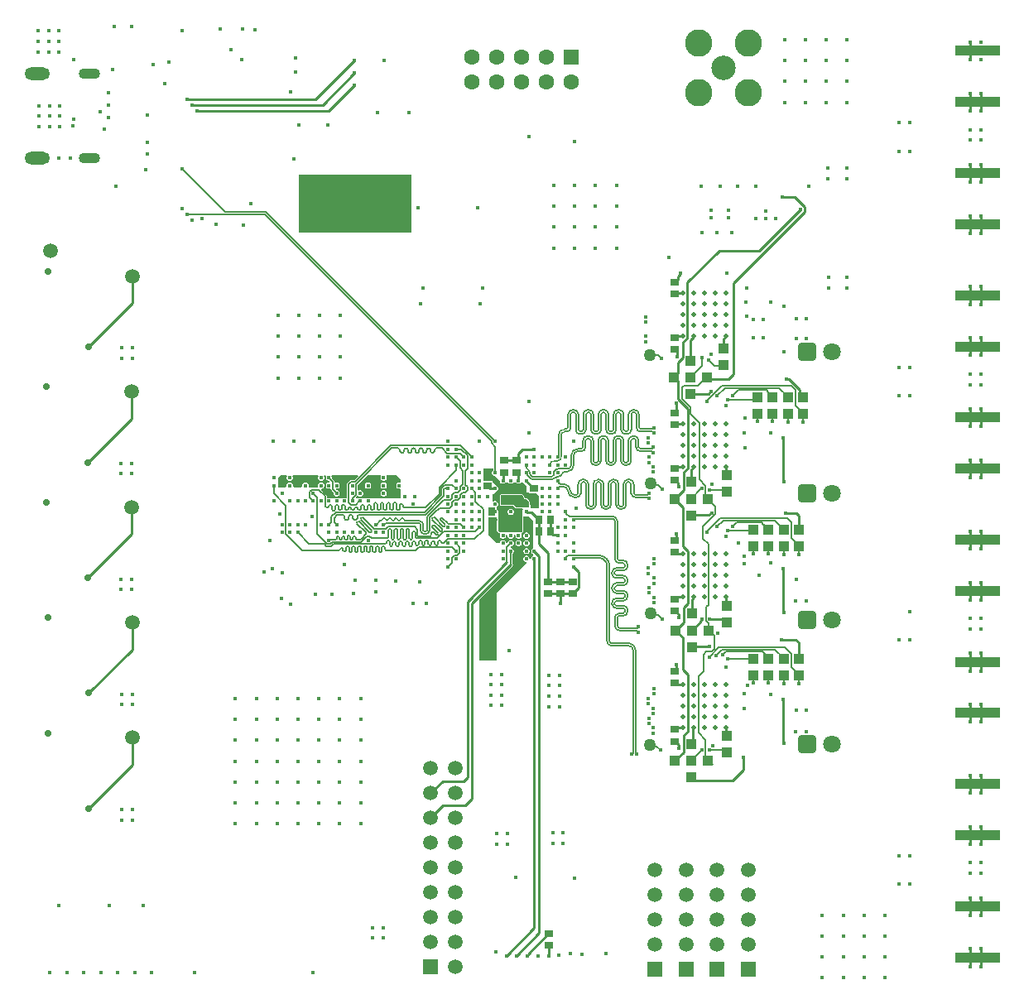
<source format=gbl>
G04*
G04 #@! TF.GenerationSoftware,Altium Limited,Altium Designer,21.2.1 (34)*
G04*
G04 Layer_Physical_Order=6*
G04 Layer_Color=16711680*
%FSLAX25Y25*%
%MOIN*%
G70*
G04*
G04 #@! TF.SameCoordinates,0D780EAB-B6EC-48A9-9064-61573679FFEB*
G04*
G04*
G04 #@! TF.FilePolarity,Positive*
G04*
G01*
G75*
%ADD14C,0.00500*%
%ADD15C,0.01000*%
%ADD20R,0.03937X0.04331*%
%ADD23R,0.03543X0.03150*%
%ADD25R,0.03150X0.03543*%
%ADD30R,0.04331X0.03937*%
%ADD44R,0.17953X0.03937*%
%ADD92C,0.00523*%
%ADD97O,0.08661X0.04331*%
%ADD98O,0.10236X0.05118*%
%ADD99C,0.05906*%
%ADD100R,0.05906X0.05906*%
%ADD101C,0.11024*%
%ADD102C,0.09843*%
G04:AMPARAMS|DCode=103|XSize=70.87mil|YSize=70.87mil|CornerRadius=8.86mil|HoleSize=0mil|Usage=FLASHONLY|Rotation=0.000|XOffset=0mil|YOffset=0mil|HoleType=Round|Shape=RoundedRectangle|*
%AMROUNDEDRECTD103*
21,1,0.07087,0.05315,0,0,0.0*
21,1,0.05315,0.07087,0,0,0.0*
1,1,0.01772,0.02657,-0.02657*
1,1,0.01772,-0.02657,-0.02657*
1,1,0.01772,-0.02657,0.02657*
1,1,0.01772,0.02657,0.02657*
%
%ADD103ROUNDEDRECTD103*%
%ADD104C,0.07087*%
%ADD105C,0.06299*%
%ADD106R,0.06299X0.06299*%
%ADD107C,0.01772*%
%ADD108C,0.02756*%
%ADD109C,0.01968*%
%ADD119C,0.05000*%
%ADD120R,0.04331X0.04331*%
G36*
X201914Y200055D02*
Y199754D01*
X202102Y199300D01*
X202450Y198952D01*
X202904Y198764D01*
X203204D01*
X204078Y197890D01*
Y196613D01*
X204331D01*
Y195669D01*
X198819D01*
X198031Y196457D01*
X192913D01*
Y200394D01*
X201575D01*
X201914Y200055D01*
D02*
G37*
G36*
X189764Y210409D02*
X189504Y210149D01*
X189315Y209695D01*
Y209203D01*
X189504Y208749D01*
X189851Y208401D01*
X190305Y208213D01*
X190606D01*
X192465Y206354D01*
Y206053D01*
X192653Y205599D01*
X193001Y205252D01*
X193455Y205063D01*
X193947D01*
X194401Y205252D01*
X194661Y205512D01*
X195890D01*
X196150Y205252D01*
X196605Y205063D01*
X197096D01*
X197550Y205252D01*
X197811Y205512D01*
X199040D01*
X199300Y205252D01*
X199754Y205063D01*
X200246D01*
X200700Y205252D01*
X200960Y205512D01*
X201969D01*
X203150Y204331D01*
Y201575D01*
X204078D01*
Y201337D01*
X206930D01*
X208213Y200055D01*
Y199754D01*
X208268Y199622D01*
Y197228D01*
X208213Y197096D01*
Y196605D01*
X208268Y196473D01*
Y195276D01*
X205088D01*
X204710Y195669D01*
X204710Y195776D01*
Y196613D01*
X204599Y196881D01*
X204457Y196940D01*
Y197890D01*
X204346Y198158D01*
X203472Y199032D01*
X203204Y199143D01*
X202979D01*
X202664Y199274D01*
X202423Y199515D01*
X202293Y199829D01*
Y200055D01*
X202182Y200323D01*
X201843Y200662D01*
X201575Y200773D01*
X192913D01*
X192646Y200662D01*
X192534Y200394D01*
Y196457D01*
X192646Y196189D01*
X192913Y196078D01*
X197875D01*
X198551Y195401D01*
X198819Y195291D01*
X201670D01*
X201877Y194790D01*
X201575Y194488D01*
Y189922D01*
X201437D01*
Y185678D01*
X201039Y185433D01*
X200378D01*
X200246Y185488D01*
X199754D01*
X199622Y185433D01*
X197228D01*
X197096Y185488D01*
X196605D01*
X196473Y185433D01*
X194079D01*
X193947Y185488D01*
X193455D01*
X193323Y185433D01*
X192520D01*
X191732Y186221D01*
Y190173D01*
X191787Y190305D01*
Y190797D01*
X191732Y190929D01*
Y193323D01*
X191787Y193455D01*
Y193947D01*
X191732Y194079D01*
Y194095D01*
X191721Y194106D01*
X191599Y194401D01*
X191251Y194748D01*
X191163Y194785D01*
Y195766D01*
X191251Y195803D01*
X191599Y196150D01*
X191787Y196605D01*
Y197096D01*
X191599Y197550D01*
X191251Y197898D01*
X190797Y198086D01*
X190305D01*
X189851Y197898D01*
X189370Y198124D01*
Y200787D01*
X189805D01*
X191027Y202009D01*
X191251Y202102D01*
X191599Y202450D01*
X191692Y202674D01*
X192287Y203269D01*
X189650Y205906D01*
X189622D01*
Y206163D01*
X185963D01*
X185827Y206299D01*
Y211024D01*
X189764D01*
Y210409D01*
D02*
G37*
G36*
X205906Y190157D02*
X205906Y185039D01*
Y179127D01*
X205599Y179000D01*
X205252Y178653D01*
X205063Y178199D01*
Y177707D01*
X205252Y177253D01*
X205599Y176905D01*
X205906Y176778D01*
Y175978D01*
X205599Y175851D01*
X205252Y175503D01*
X205063Y175049D01*
Y175038D01*
X204885Y174910D01*
X204687Y174965D01*
X204348Y175139D01*
X204197Y175503D01*
X203850Y175851D01*
X203395Y176039D01*
X202904D01*
X202450Y175851D01*
X202102Y175503D01*
X201914Y175049D01*
Y174557D01*
X202102Y174103D01*
X202450Y173756D01*
X202904Y173567D01*
X203175D01*
X203382Y173067D01*
X191339Y161024D01*
Y133858D01*
X184252D01*
Y158626D01*
X197463Y171838D01*
X197651Y172119D01*
X197717Y172450D01*
X197651Y172782D01*
X197500Y173008D01*
Y176884D01*
X197550Y176905D01*
X197898Y177253D01*
X198086Y177707D01*
Y178199D01*
X197898Y178653D01*
X197550Y179000D01*
X197096Y179189D01*
X196850D01*
Y179867D01*
X197096D01*
X197550Y180055D01*
X197898Y180402D01*
X198086Y180857D01*
Y181348D01*
X197898Y181802D01*
X197550Y182150D01*
X197096Y182338D01*
X196605D01*
X196150Y182150D01*
X195803Y181802D01*
X195615Y181348D01*
Y181102D01*
X194937D01*
Y181348D01*
X194748Y181802D01*
X194401Y182150D01*
X193947Y182338D01*
X193455D01*
X193001Y182150D01*
X192653Y181802D01*
X192465Y181348D01*
Y181102D01*
X191339D01*
X187795Y184646D01*
Y191578D01*
X191163D01*
X191353Y191157D01*
Y190929D01*
X191382Y190859D01*
Y190784D01*
X191408Y190722D01*
Y190381D01*
X191382Y190318D01*
Y190243D01*
X191353Y190173D01*
Y186221D01*
X191464Y185953D01*
X192252Y185165D01*
X192518Y185024D01*
X192493Y184565D01*
X192465Y184498D01*
Y184006D01*
X192653Y183552D01*
X193001Y183204D01*
X193455Y183016D01*
X193947D01*
X194401Y183204D01*
X194748Y183552D01*
X194937Y184006D01*
Y184498D01*
X195226Y184591D01*
X195615Y184162D01*
Y184006D01*
X195803Y183552D01*
X196150Y183204D01*
X196605Y183016D01*
X197096D01*
X197550Y183204D01*
X197898Y183552D01*
X198086Y184006D01*
Y184498D01*
X198376Y184591D01*
X198764Y184162D01*
Y184006D01*
X198952Y183552D01*
X199300Y183204D01*
X199754Y183016D01*
X200246D01*
X200700Y183204D01*
X201048Y183552D01*
X201236Y184006D01*
Y184498D01*
X201191Y184606D01*
X201236Y185088D01*
X201432Y185230D01*
X201636Y185356D01*
X201663Y185393D01*
X201705Y185410D01*
X201745Y185506D01*
X201806Y185591D01*
X201799Y185636D01*
X201816Y185678D01*
Y189643D01*
X201843Y189654D01*
X201954Y189922D01*
Y191732D01*
X204331D01*
X205906Y190157D01*
D02*
G37*
G36*
X152362Y206693D02*
Y205665D01*
X152214Y205567D01*
X151723D01*
X151268Y205378D01*
X150921Y205031D01*
X150733Y204576D01*
Y204085D01*
X150921Y203631D01*
X151268Y203283D01*
X151723Y203095D01*
X152214D01*
X152362Y202996D01*
Y199213D01*
X139748D01*
X139616Y199267D01*
X139124D01*
X138992Y199213D01*
X136598D01*
X136466Y199267D01*
X135975D01*
X135843Y199213D01*
X134755D01*
X134564Y199674D01*
X134918Y200029D01*
X135348Y200129D01*
X135520Y200133D01*
X135975Y199945D01*
X136466D01*
X136920Y200133D01*
X137268Y200481D01*
X137456Y200935D01*
Y201427D01*
X137268Y201881D01*
X136920Y202229D01*
X136466Y202417D01*
X135975D01*
X135692Y202300D01*
X135192Y202553D01*
Y204663D01*
X139190Y208661D01*
X144396D01*
X144622Y208180D01*
X144433Y207726D01*
Y207235D01*
X144622Y206780D01*
X144969Y206433D01*
X145423Y206244D01*
X145915D01*
X146369Y206433D01*
X146717Y206780D01*
X146905Y207235D01*
Y207726D01*
X146717Y208180D01*
X146943Y208661D01*
X150394D01*
X152362Y206693D01*
D02*
G37*
G36*
X135518Y208200D02*
X133770Y206452D01*
X132451D01*
X132212Y206404D01*
X132010Y206269D01*
X132010Y206269D01*
X131133Y205392D01*
X130997Y205190D01*
X130950Y204951D01*
X130950Y204951D01*
Y199213D01*
X130299D01*
X130167Y199267D01*
X129675D01*
X129543Y199213D01*
X127149D01*
X127017Y199267D01*
X126526D01*
X126394Y199213D01*
X124000D01*
X123868Y199267D01*
X123376D01*
X123244Y199213D01*
X122749D01*
Y200200D01*
X122559Y200659D01*
X120624Y202595D01*
X120667Y202822D01*
X120798Y203128D01*
X121172Y203283D01*
X121520Y203631D01*
X121708Y204085D01*
Y204576D01*
X121520Y205031D01*
X121172Y205378D01*
X120718Y205567D01*
X120227D01*
X119772Y205378D01*
X119425Y205031D01*
X119237Y204576D01*
Y204085D01*
X119348Y203816D01*
X119294Y203713D01*
X118803Y203497D01*
X115714Y203514D01*
X115380Y204016D01*
X115409Y204085D01*
Y204576D01*
X115221Y205031D01*
X114873Y205378D01*
X114419Y205567D01*
X113927D01*
X113473Y205378D01*
X113126Y205031D01*
X112937Y204576D01*
Y204085D01*
X112961Y204029D01*
X112626Y203530D01*
X109429Y203548D01*
X109095Y204049D01*
X109110Y204085D01*
Y204576D01*
X108922Y205031D01*
X108574Y205378D01*
X108120Y205567D01*
X107628D01*
X107174Y205378D01*
X106826Y205031D01*
X106638Y204576D01*
Y204085D01*
X106647Y204063D01*
X106313Y203565D01*
X103150Y203582D01*
Y207480D01*
X104331Y208661D01*
X106600D01*
X106826Y208180D01*
X106638Y207726D01*
Y207235D01*
X106826Y206780D01*
X107174Y206433D01*
X107628Y206244D01*
X108120D01*
X108574Y206433D01*
X108922Y206780D01*
X109110Y207235D01*
Y207726D01*
X108922Y208180D01*
X109148Y208661D01*
X119199D01*
X119425Y208180D01*
X119237Y207726D01*
Y207235D01*
X119425Y206780D01*
X119772Y206433D01*
X120227Y206244D01*
X120718D01*
X121172Y206433D01*
X121520Y206780D01*
X121708Y207235D01*
Y207726D01*
X121520Y208180D01*
X121746Y208661D01*
X122348D01*
X122574Y208180D01*
X122386Y207726D01*
Y207235D01*
X122574Y206780D01*
X122922Y206433D01*
X123376Y206244D01*
X123817D01*
X123996Y206047D01*
X124008Y206029D01*
X123981Y205939D01*
X123712Y205567D01*
X123376D01*
X122922Y205378D01*
X122574Y205031D01*
X122386Y204576D01*
Y204085D01*
X122574Y203631D01*
X122922Y203283D01*
X123376Y203095D01*
X123868D01*
X124047Y203169D01*
X124547Y202855D01*
Y202756D01*
X124738Y202297D01*
X125557Y201478D01*
X125536Y201427D01*
Y200935D01*
X125724Y200481D01*
X126072Y200133D01*
X126526Y199945D01*
X127017D01*
X127472Y200133D01*
X127819Y200481D01*
X128007Y200935D01*
Y201427D01*
X127819Y201881D01*
X127472Y202229D01*
X127017Y202417D01*
X126576D01*
X126398Y202614D01*
X126386Y202633D01*
X126413Y202722D01*
X126682Y203095D01*
X127017D01*
X127472Y203283D01*
X127819Y203631D01*
X128007Y204085D01*
Y204576D01*
X127819Y205031D01*
X127472Y205378D01*
X127017Y205567D01*
X126526D01*
X126346Y205492D01*
X125846Y205806D01*
Y205906D01*
X125656Y206365D01*
X124837Y207184D01*
X124858Y207235D01*
Y207726D01*
X124670Y208180D01*
X124896Y208661D01*
X135326D01*
X135518Y208200D01*
D02*
G37*
G36*
X156890Y329528D02*
X156890Y306299D01*
X111614Y306299D01*
X111614Y329528D01*
X156890Y329528D01*
D02*
G37*
%LPC*%
G36*
X197096Y194937D02*
X196605D01*
X196150Y194748D01*
X195803Y194401D01*
X195615Y193947D01*
Y193455D01*
X195803Y193001D01*
X196150Y192653D01*
X196605Y192465D01*
X197096D01*
X197550Y192653D01*
X197898Y193001D01*
X198086Y193455D01*
Y193947D01*
X197898Y194401D01*
X197550Y194748D01*
X197096Y194937D01*
D02*
G37*
G36*
X203395Y185488D02*
X202904D01*
X202450Y185300D01*
X202102Y184952D01*
X201914Y184498D01*
Y184006D01*
X202102Y183552D01*
X202450Y183204D01*
X202904Y183016D01*
X203395D01*
X203850Y183204D01*
X204197Y183552D01*
X204385Y184006D01*
Y184498D01*
X204197Y184952D01*
X203850Y185300D01*
X203395Y185488D01*
D02*
G37*
G36*
Y182338D02*
X202904D01*
X202450Y182150D01*
X202102Y181802D01*
X201914Y181348D01*
Y180857D01*
X202102Y180402D01*
X202450Y180055D01*
X202904Y179867D01*
X203395D01*
X203850Y180055D01*
X204197Y180402D01*
X204385Y180857D01*
Y181348D01*
X204197Y181802D01*
X203850Y182150D01*
X203395Y182338D01*
D02*
G37*
G36*
X200246D02*
X199754D01*
X199300Y182150D01*
X198952Y181802D01*
X198764Y181348D01*
Y180857D01*
X198952Y180402D01*
X199300Y180055D01*
X199754Y179867D01*
X200246D01*
X200700Y180055D01*
X201048Y180402D01*
X201236Y180857D01*
Y181348D01*
X201048Y181802D01*
X200700Y182150D01*
X200246Y182338D01*
D02*
G37*
G36*
X203395Y179189D02*
X202904D01*
X202450Y179000D01*
X202102Y178653D01*
X201914Y178199D01*
Y177707D01*
X202102Y177253D01*
X202450Y176905D01*
X202904Y176717D01*
X203395D01*
X203850Y176905D01*
X204197Y177253D01*
X204385Y177707D01*
Y178199D01*
X204197Y178653D01*
X203850Y179000D01*
X203395Y179189D01*
D02*
G37*
G36*
X145915Y205567D02*
X145423D01*
X144969Y205378D01*
X144622Y205031D01*
X144433Y204576D01*
Y204085D01*
X144622Y203631D01*
X144969Y203283D01*
X145423Y203095D01*
X145915D01*
X146369Y203283D01*
X146717Y203631D01*
X146905Y204085D01*
Y204576D01*
X146717Y205031D01*
X146369Y205378D01*
X145915Y205567D01*
D02*
G37*
G36*
X139616D02*
X139124D01*
X138670Y205378D01*
X138322Y205031D01*
X138134Y204576D01*
Y204085D01*
X138322Y203631D01*
X138670Y203283D01*
X139124Y203095D01*
X139616D01*
X140070Y203283D01*
X140418Y203631D01*
X140606Y204085D01*
Y204576D01*
X140418Y205031D01*
X140070Y205378D01*
X139616Y205567D01*
D02*
G37*
G36*
X145915Y202417D02*
X145423D01*
X144969Y202229D01*
X144622Y201881D01*
X144433Y201427D01*
Y200935D01*
X144622Y200481D01*
X144969Y200133D01*
X145423Y199945D01*
X145915D01*
X146369Y200133D01*
X146717Y200481D01*
X146905Y200935D01*
Y201427D01*
X146717Y201881D01*
X146369Y202229D01*
X145915Y202417D01*
D02*
G37*
%LPD*%
D14*
X127650Y178300D02*
G03*
X128150Y178800I0J500D01*
G01*
X128570Y179220D02*
G03*
X128150Y178800I0J-420D01*
G01*
X129350D02*
G03*
X128930Y179220I-420J0D01*
G01*
X129350Y178244D02*
G03*
X129770Y177824I420J0D01*
G01*
X130130D02*
G03*
X130550Y178244I0J420D01*
G01*
X130970Y179948D02*
G03*
X130550Y179528I0J-420D01*
G01*
X131750D02*
G03*
X131330Y179948I-420J0D01*
G01*
X131750Y177927D02*
G03*
X132170Y177507I420J0D01*
G01*
X132530D02*
G03*
X132950Y177927I0J420D01*
G01*
X133370Y179948D02*
G03*
X132950Y179528I0J-420D01*
G01*
X134150D02*
G03*
X133730Y179948I-420J0D01*
G01*
X134150Y177927D02*
G03*
X134570Y177507I420J0D01*
G01*
X134930D02*
G03*
X135350Y177927I0J420D01*
G01*
X135770Y179948D02*
G03*
X135350Y179528I0J-420D01*
G01*
X136550D02*
G03*
X136130Y179948I-420J0D01*
G01*
X136550Y177927D02*
G03*
X136970Y177507I420J0D01*
G01*
X137330D02*
G03*
X137750Y177927I0J420D01*
G01*
X138170Y179948D02*
G03*
X137750Y179528I0J-420D01*
G01*
X138950D02*
G03*
X138530Y179948I-420J0D01*
G01*
X138950Y177927D02*
G03*
X139370Y177507I420J0D01*
G01*
X139730D02*
G03*
X140150Y177927I0J420D01*
G01*
X140570Y179948D02*
G03*
X140150Y179528I0J-420D01*
G01*
X141350D02*
G03*
X140930Y179948I-420J0D01*
G01*
X141350Y177927D02*
G03*
X141770Y177507I420J0D01*
G01*
X142130D02*
G03*
X142550Y177927I0J420D01*
G01*
X142970Y179948D02*
G03*
X142550Y179528I0J-420D01*
G01*
X143750D02*
G03*
X143330Y179948I-420J0D01*
G01*
X143750Y177927D02*
G03*
X144170Y177507I420J0D01*
G01*
X144530D02*
G03*
X144950Y177927I0J420D01*
G01*
X145370Y179948D02*
G03*
X144950Y179528I0J-420D01*
G01*
X146150D02*
G03*
X145730Y179948I-420J0D01*
G01*
X146150Y178800D02*
G03*
X146650Y178300I500J0D01*
G01*
X168851Y181608D02*
G03*
X169704Y181254I500J0D01*
G01*
X168851Y181608D02*
G03*
X168395Y182063I-455J0D01*
G01*
X168005D02*
G03*
X167551Y181608I0J-455D01*
G01*
X167095Y180342D02*
G03*
X167551Y180798I0J455D01*
G01*
X166251D02*
G03*
X166705Y180342I455J0D01*
G01*
X166251Y181491D02*
G03*
X165796Y181946I-455J0D01*
G01*
X165405D02*
G03*
X164951Y181491I0J-455D01*
G01*
X164496Y180289D02*
G03*
X164951Y180744I0J455D01*
G01*
X163651D02*
G03*
X164105Y180289I455J0D01*
G01*
X163651Y181748D02*
G03*
X163196Y182203I-455J0D01*
G01*
X162805D02*
G03*
X162350Y181748I0J-455D01*
G01*
X161896Y180289D02*
G03*
X162350Y180744I0J455D01*
G01*
X161050D02*
G03*
X161505Y180289I455J0D01*
G01*
X161050Y181748D02*
G03*
X160596Y182203I-455J0D01*
G01*
X160205D02*
G03*
X159750Y181748I0J-455D01*
G01*
X159295Y180288D02*
G03*
X159750Y180743I0J455D01*
G01*
X158450D02*
G03*
X158905Y180288I455J0D01*
G01*
X158450Y181361D02*
G03*
X157995Y181816I-455J0D01*
G01*
X157605D02*
G03*
X157150Y181361I0J-455D01*
G01*
X156695Y179910D02*
G03*
X157150Y180365I0J455D01*
G01*
X155851D02*
G03*
X156305Y179910I455J0D01*
G01*
X155851Y181336D02*
G03*
X155395Y181791I-455J0D01*
G01*
X155005D02*
G03*
X154551Y181336I0J-455D01*
G01*
X154095Y179910D02*
G03*
X154551Y180365I0J455D01*
G01*
X153251D02*
G03*
X153705Y179910I455J0D01*
G01*
X153251Y181336D02*
G03*
X152796Y181791I-455J0D01*
G01*
X152405D02*
G03*
X151951Y181336I0J-455D01*
G01*
X151496Y179910D02*
G03*
X151951Y180365I0J455D01*
G01*
X150651D02*
G03*
X151105Y179910I455J0D01*
G01*
X150651Y181336D02*
G03*
X150196Y181791I-455J0D01*
G01*
X149805D02*
G03*
X149351Y181336I0J-455D01*
G01*
X148896Y179910D02*
G03*
X149351Y180365I0J455D01*
G01*
X148050D02*
G03*
X148505Y179910I455J0D01*
G01*
X148050Y181748D02*
G03*
X147596Y182203I-455J0D01*
G01*
X147205D02*
G03*
X146750Y181748I0J-455D01*
G01*
X146250Y180798D02*
G03*
X146750Y181298I0J500D01*
G01*
X171567Y189034D02*
G03*
X171920Y188887I354J353D01*
G01*
X169353Y191248D02*
G03*
X168808Y191248I-272J-272D01*
G01*
X168575Y191015D02*
G03*
X168575Y190470I272J-272D01*
G01*
X170326Y188175D02*
G03*
X170326Y188719I-272J272D01*
G01*
X169548Y187942D02*
G03*
X170092Y187942I272J272D01*
G01*
X166068Y191421D02*
G03*
X165524Y191421I-272J-272D01*
G01*
X165291Y191188D02*
G03*
X165291Y190643I272J-272D01*
G01*
X169144Y186246D02*
G03*
X169144Y186790I-272J272D01*
G01*
X168366Y186012D02*
G03*
X168910Y186012I272J272D01*
G01*
X166034Y188344D02*
G03*
X165489Y188344I-272J-272D01*
G01*
X165256Y188111D02*
G03*
X165256Y187567I272J-272D01*
G01*
X167588Y184690D02*
G03*
X167588Y185234I-272J272D01*
G01*
X166810Y184457D02*
G03*
X167355Y184457I272J272D01*
G01*
X165736Y185531D02*
G03*
X165191Y185531I-272J-272D01*
G01*
X164958Y185298D02*
G03*
X164958Y184753I272J-272D01*
G01*
X164394Y183903D02*
G03*
X164958Y184753I-63J654D01*
G01*
X141550Y187065D02*
G03*
X141903Y186919I354J353D01*
G01*
X137229Y191386D02*
G03*
X136684Y191386I-272J-272D01*
G01*
X136451Y191153D02*
G03*
X136451Y190608I272J-272D01*
G01*
X140762Y185753D02*
G03*
X140762Y186298I-272J272D01*
G01*
X139984Y185520D02*
G03*
X140528Y185520I272J272D01*
G01*
X135722Y189781D02*
G03*
X135178Y189781I-272J-272D01*
G01*
X134945Y189548D02*
G03*
X134945Y189003I272J-272D01*
G01*
X138512Y184729D02*
G03*
X138512Y185436I-354J353D01*
G01*
X134414Y182998D02*
G03*
X134914Y182498I500J0D01*
G01*
X134414Y183562D02*
G03*
X134029Y183947I-385J0D01*
G01*
X133699D02*
G03*
X133314Y183562I0J-385D01*
G01*
X132929Y182498D02*
G03*
X133314Y182883I0J385D01*
G01*
X132214D02*
G03*
X132599Y182498I385J0D01*
G01*
X132214Y183804D02*
G03*
X131829Y184189I-385J0D01*
G01*
X131499D02*
G03*
X131114Y183804I0J-385D01*
G01*
X130729Y182498D02*
G03*
X131114Y182883I0J385D01*
G01*
X130014D02*
G03*
X130399Y182498I385J0D01*
G01*
X130014Y183562D02*
G03*
X129629Y183947I-385J0D01*
G01*
X129299D02*
G03*
X128914Y183562I0J-385D01*
G01*
X128529Y182498D02*
G03*
X128914Y182883I0J385D01*
G01*
X127814D02*
G03*
X128199Y182498I385J0D01*
G01*
X127814Y183562D02*
G03*
X127429Y183947I-385J0D01*
G01*
X127099D02*
G03*
X126714Y183562I0J-385D01*
G01*
X126214Y182498D02*
G03*
X126714Y182998I0J500D01*
G01*
X158393Y183553D02*
G03*
X158893Y183053I500J0D01*
G01*
X158393Y185405D02*
G03*
X157973Y185825I-420J0D01*
G01*
X157613D02*
G03*
X157193Y185405I0J-420D01*
G01*
X156772Y182641D02*
G03*
X157193Y183061I0J420D01*
G01*
X155992D02*
G03*
X156412Y182641I420J0D01*
G01*
X155992Y186541D02*
G03*
X155572Y186961I-420J0D01*
G01*
X155212D02*
G03*
X154792Y186541I0J-420D01*
G01*
X154373Y182641D02*
G03*
X154792Y183061I0J420D01*
G01*
X153593D02*
G03*
X154013Y182641I420J0D01*
G01*
X153593Y186541D02*
G03*
X153173Y186961I-420J0D01*
G01*
X152813D02*
G03*
X152392Y186541I0J-420D01*
G01*
X151972Y182641D02*
G03*
X152392Y183061I0J420D01*
G01*
X151192D02*
G03*
X151612Y182641I420J0D01*
G01*
X151192Y186541D02*
G03*
X150773Y186961I-420J0D01*
G01*
X150412D02*
G03*
X149993Y186541I0J-420D01*
G01*
X149573Y182641D02*
G03*
X149993Y183061I0J420D01*
G01*
X148793D02*
G03*
X149213Y182641I420J0D01*
G01*
X148793Y186295D02*
G03*
X148372Y186715I-420J0D01*
G01*
X148012D02*
G03*
X147592Y186295I0J-420D01*
G01*
X147092Y183053D02*
G03*
X147592Y183553I0J500D01*
G01*
X153457Y195865D02*
G03*
X153957Y195365I500J0D01*
G01*
X153457Y196516D02*
G03*
X153002Y196971I-455J0D01*
G01*
X152612D02*
G03*
X152157Y196516I0J-455D01*
G01*
X151702Y194404D02*
G03*
X152157Y194859I0J455D01*
G01*
X150857D02*
G03*
X151312Y194404I455J0D01*
G01*
X150857Y196906D02*
G03*
X150402Y197361I-455J0D01*
G01*
X150012D02*
G03*
X149557Y196906I0J-455D01*
G01*
X149102Y194404D02*
G03*
X149557Y194859I0J455D01*
G01*
X148257D02*
G03*
X148712Y194404I455J0D01*
G01*
X148257Y196906D02*
G03*
X147802Y197361I-455J0D01*
G01*
X147412D02*
G03*
X146957Y196906I0J-455D01*
G01*
X146502Y194404D02*
G03*
X146957Y194859I0J455D01*
G01*
X145657D02*
G03*
X146112Y194404I455J0D01*
G01*
X145657Y196906D02*
G03*
X145202Y197361I-455J0D01*
G01*
X144812D02*
G03*
X144357Y196906I0J-455D01*
G01*
X143902Y194404D02*
G03*
X144357Y194859I0J455D01*
G01*
X143057D02*
G03*
X143512Y194404I455J0D01*
G01*
X143057Y196906D02*
G03*
X142602Y197361I-455J0D01*
G01*
X142212D02*
G03*
X141757Y196906I0J-455D01*
G01*
X141302Y194404D02*
G03*
X141757Y194859I0J455D01*
G01*
X140457D02*
G03*
X140912Y194404I455J0D01*
G01*
X140457Y196091D02*
G03*
X140002Y196546I-455J0D01*
G01*
X139612D02*
G03*
X139157Y196091I0J-455D01*
G01*
X138702Y194404D02*
G03*
X139157Y194859I0J455D01*
G01*
X137857D02*
G03*
X138312Y194404I455J0D01*
G01*
X137857Y196091D02*
G03*
X137402Y196546I-455J0D01*
G01*
X137012D02*
G03*
X136557Y196091I0J-455D01*
G01*
X136102Y194404D02*
G03*
X136557Y194859I0J455D01*
G01*
X135257D02*
G03*
X135712Y194404I455J0D01*
G01*
X135257Y195218D02*
G03*
X134802Y195673I-455J0D01*
G01*
X134412D02*
G03*
X133957Y195218I0J-455D01*
G01*
X133502Y194404D02*
G03*
X133957Y194859I0J455D01*
G01*
X132657D02*
G03*
X133112Y194404I455J0D01*
G01*
X132657Y195218D02*
G03*
X132202Y195673I-455J0D01*
G01*
X131812D02*
G03*
X131357Y195218I0J-455D01*
G01*
X130902Y194404D02*
G03*
X131357Y194859I0J455D01*
G01*
X130057D02*
G03*
X130512Y194404I455J0D01*
G01*
X130057Y196091D02*
G03*
X129602Y196546I-455J0D01*
G01*
X129212D02*
G03*
X128757Y196091I0J-455D01*
G01*
X128302Y194404D02*
G03*
X128757Y194859I0J455D01*
G01*
X127457D02*
G03*
X127912Y194404I455J0D01*
G01*
X127457Y196091D02*
G03*
X127002Y196546I-455J0D01*
G01*
X126612D02*
G03*
X126157Y196091I0J-455D01*
G01*
X125702Y194347D02*
G03*
X126157Y194802I0J455D01*
G01*
X124857D02*
G03*
X125312Y194347I455J0D01*
G01*
X124857Y196091D02*
G03*
X124402Y196546I-455J0D01*
G01*
X124012D02*
G03*
X123557Y196091I0J-455D01*
G01*
X123057Y195365D02*
G03*
X123557Y195865I0J500D01*
G01*
X174803Y181102D02*
X176289Y179616D01*
X175241Y176289D02*
X176289Y177337D01*
Y179616D01*
X174188Y176289D02*
X175241D01*
X173139Y175241D02*
X174188Y176289D01*
X173139Y173139D02*
Y175241D01*
X171653Y171653D02*
X173139Y173139D01*
X278408Y144085D02*
X278740Y143753D01*
Y138382D02*
Y143753D01*
X278408Y144085D02*
Y144281D01*
X276690Y146000D02*
X278408Y144281D01*
X276493Y146000D02*
X276690D01*
X274410Y129528D02*
Y136221D01*
X275590Y137402D02*
X277760D01*
X274410Y136221D02*
X275590Y137402D01*
X277760D02*
X278740Y138382D01*
X272441Y104724D02*
Y127559D01*
X274410Y129528D01*
X272441Y104724D02*
X275286Y101880D01*
Y94307D02*
Y101880D01*
Y94307D02*
X276093Y93500D01*
X276387Y156309D02*
Y180699D01*
X275514Y155435D02*
X276387Y156309D01*
X275514Y149864D02*
Y155435D01*
X274315Y182771D02*
Y187777D01*
Y182771D02*
X276387Y180699D01*
X274315Y187777D02*
X279230Y192692D01*
X278008Y197085D02*
X279230Y195863D01*
Y192692D02*
Y195863D01*
X276578Y198515D02*
X276775D01*
X278008Y197282D01*
Y197085D02*
Y197282D01*
X275286Y199807D02*
X276578Y198515D01*
X275514Y149864D02*
X276493Y148886D01*
Y146000D02*
Y148886D01*
X272184Y244488D02*
X275596Y247900D01*
X266535Y244488D02*
X272184D01*
X275596Y247900D02*
X275793D01*
X272835Y206693D02*
Y229528D01*
X269210Y233152D02*
X272835Y229528D01*
Y206693D02*
X275286Y204242D01*
Y202978D02*
Y204242D01*
X275286Y199807D02*
Y202978D01*
X269210Y233152D02*
Y235700D01*
X265748Y239162D02*
X269210Y235700D01*
X265748Y239162D02*
Y243701D01*
X266535Y244488D01*
X314500Y229740D02*
Y233284D01*
X308400Y229740D02*
Y233284D01*
X302300Y230134D02*
Y233284D01*
X296300Y230134D02*
Y233284D01*
X311417Y236564D02*
Y242867D01*
X312782Y235200D02*
X312782D01*
X311417Y236564D02*
X312782Y235200D01*
X312782D02*
X314500Y233481D01*
X309796Y244488D02*
X311417Y242867D01*
X275794Y238367D02*
X281915Y244488D01*
X309796D01*
X299731Y242742D02*
X300582Y241893D01*
X288570Y242742D02*
X299731D01*
X300582Y241696D02*
Y241893D01*
Y241696D02*
X302300Y239977D01*
X286213Y240386D02*
X288570Y242742D01*
X304981Y243593D02*
X308400Y240174D01*
X283121Y243593D02*
X304981D01*
X279914Y240386D02*
X283121Y243593D01*
X308400Y239977D02*
Y240174D01*
X314500Y233284D02*
Y233481D01*
X284207Y238773D02*
X295096D01*
X296300Y239977D01*
X275794Y238234D02*
Y238367D01*
X312800Y176397D02*
Y179941D01*
X306700Y176397D02*
Y179941D01*
X300600Y176791D02*
Y179941D01*
X294600Y176791D02*
Y179941D01*
X275801Y185776D02*
X281124Y191099D01*
X303634D01*
X309842Y183095D02*
Y189370D01*
Y183095D02*
X312800Y180138D01*
Y179941D02*
Y180138D01*
X303634Y191099D02*
X308113D01*
X309842Y189370D01*
X303634Y191099D02*
X303634Y191099D01*
X303281Y190249D02*
X304981Y188549D01*
X304981D01*
X282375Y190249D02*
X303281D01*
X279921Y187795D02*
X282375Y190249D01*
X304981Y188549D02*
X306700Y186831D01*
Y186634D02*
Y186831D01*
X297835Y189399D02*
X298685Y188549D01*
X298882D02*
X300600Y186831D01*
Y186634D02*
Y186831D01*
X298685Y188549D02*
X298882D01*
X287824Y189399D02*
X297835D01*
X286221Y187795D02*
X287824Y189399D01*
X284214Y186182D02*
X294149D01*
X294600Y186634D01*
X275801Y185644D02*
Y185776D01*
X312800Y124409D02*
Y127954D01*
X306700Y124409D02*
Y127954D01*
X300600Y124803D02*
Y127954D01*
X294600Y124803D02*
Y127954D01*
X309842Y131203D02*
X311082Y129965D01*
X309842Y131203D02*
Y136486D01*
X307217Y139112D02*
X309842Y136486D01*
X311082Y129672D02*
Y129965D01*
Y129672D02*
X312800Y127954D01*
X280672Y139112D02*
X307217D01*
X276870Y135309D02*
X280672Y139112D01*
X281963Y138262D02*
X303281D01*
X306700Y134843D01*
X279528Y135827D02*
X281963Y138262D01*
X306700Y134646D02*
Y134843D01*
X298031Y137412D02*
X300600Y134843D01*
X283475Y137412D02*
X298031D01*
X300600Y134646D02*
Y134843D01*
X282283Y136221D02*
X283475Y137412D01*
X284347Y134646D02*
X294599D01*
X294600Y134646D01*
X283391Y202362D02*
X283651Y202103D01*
X276772Y202362D02*
X283391D01*
X253348Y99352D02*
X255648D01*
X257200Y97800D01*
X269400Y93500D02*
X273800Y97900D01*
Y97908D01*
X277000Y97882D02*
X282771D01*
X283900Y96754D01*
X256248Y152152D02*
X257800Y150600D01*
X253948Y152152D02*
X256248D01*
X253948Y204552D02*
X256248D01*
X257800Y203000D02*
X257800D01*
X256248Y204552D02*
X257800Y203000D01*
X253300Y205200D02*
X253948Y204552D01*
X269400Y199000D02*
X273503Y203103D01*
X273800D01*
X276400Y254700D02*
X278700Y252400D01*
X282147D01*
X282600Y252853D01*
X252894Y256706D02*
X256293D01*
X257398Y255600D01*
X252800Y256800D02*
X252894Y256706D01*
X257398Y255600D02*
X257500D01*
X273800Y252600D02*
Y255700D01*
X269100Y247900D02*
X273800Y252600D01*
X189238Y193701D02*
X190551D01*
Y209449D02*
Y219946D01*
X97805Y313591D02*
X189065Y222331D01*
Y221432D02*
X190551Y219946D01*
X189065Y221432D02*
Y222331D01*
X198575Y201937D02*
X199900Y203262D01*
X64684Y331691D02*
X81934Y314441D01*
X98157D01*
X64684Y331691D02*
X64684D01*
X66584Y313591D02*
X97805D01*
X98157Y314441D02*
X190551Y222047D01*
X196850Y172450D02*
Y177953D01*
X195300Y173500D02*
Y179552D01*
X196850Y181102D01*
X125197Y202756D02*
Y205906D01*
X123622Y207480D02*
X125197Y205906D01*
Y202756D02*
X126772Y201181D01*
X112900Y178300D02*
X125817D01*
X127650D01*
X128150Y178800D02*
Y178800D01*
X128570Y179220D02*
X128930D01*
X129350Y178244D02*
Y178800D01*
X129770Y177824D02*
X130130D01*
X130550Y178244D02*
Y179528D01*
X130970Y179948D02*
X131330D01*
X131750Y177927D02*
Y179528D01*
X132170Y177507D02*
X132530D01*
X132950Y177927D02*
Y179528D01*
X133370Y179948D02*
X133730D01*
X134150Y177927D02*
Y179528D01*
X134570Y177507D02*
X134930D01*
X135350Y177927D02*
Y179528D01*
X135770Y179948D02*
X136130D01*
X136550Y177927D02*
Y179528D01*
X136970Y177507D02*
X137330D01*
X137750Y177927D02*
Y179528D01*
X138170Y179948D02*
X138530D01*
X138950Y177927D02*
Y179528D01*
X139370Y177507D02*
X139730D01*
X140150Y177927D02*
Y179528D01*
X140570Y179948D02*
X140930D01*
X141350Y177927D02*
Y179528D01*
X141770Y177507D02*
X142130D01*
X142550Y177927D02*
Y179528D01*
X142970Y179948D02*
X143330D01*
X143750Y177927D02*
Y179528D01*
X144170Y177507D02*
X144530D01*
X144950Y177927D02*
Y179528D01*
X145370Y179948D02*
X145730D01*
X146150Y178800D02*
Y179528D01*
X146650Y178300D02*
X157700D01*
X158645D01*
X125440Y180798D02*
X146000D01*
X169704Y181254D02*
X171085Y182635D01*
X168851Y181608D02*
Y181608D01*
X168005Y182063D02*
X168395D01*
X167551Y180798D02*
Y181608D01*
X166705Y180342D02*
X167095D01*
X166251Y180798D02*
Y181491D01*
X165405Y181946D02*
X165796D01*
X164951Y180744D02*
Y181491D01*
X164105Y180289D02*
X164496D01*
X163651Y180744D02*
Y181748D01*
X162805Y182203D02*
X163196D01*
X162350Y180744D02*
Y181748D01*
X161505Y180289D02*
X161896D01*
X161050Y180744D02*
Y181748D01*
X160205Y182203D02*
X160596D01*
X159750Y180743D02*
Y181748D01*
X158905Y180288D02*
X159295D01*
X158450Y180743D02*
Y181361D01*
X157605Y181816D02*
X157995D01*
X157150Y180365D02*
Y181361D01*
X156305Y179910D02*
X156695D01*
X155851Y180365D02*
Y181336D01*
X155005Y181791D02*
X155395D01*
X154551Y180365D02*
Y181336D01*
X153705Y179910D02*
X154095D01*
X153251Y180365D02*
Y181336D01*
X152405Y181791D02*
X152796D01*
X151951Y180365D02*
Y181336D01*
X151105Y179910D02*
X151496D01*
X150651Y180365D02*
Y181336D01*
X149805Y181791D02*
X150196D01*
X149351Y180365D02*
Y181336D01*
X148505Y179910D02*
X148896D01*
X148050Y180365D02*
Y181748D01*
X147205Y182203D02*
X147596D01*
X146750Y181298D02*
Y181748D01*
X146000Y180798D02*
X146250D01*
X171085Y182635D02*
X171216Y182766D01*
X171920Y188887D02*
X173670D01*
X169353Y191248D02*
X171567Y189034D01*
X168575Y191015D02*
X168808Y191248D01*
X168575Y190470D02*
X170326Y188719D01*
X170092Y187942D02*
X170326Y188175D01*
X166068Y191421D02*
X169548Y187942D01*
X165291Y191188D02*
X165524Y191421D01*
X165291Y190643D02*
X169144Y186790D01*
X168910Y186012D02*
X169144Y186246D01*
X166034Y188344D02*
X168366Y186012D01*
X165256Y188111D02*
X165489Y188344D01*
X165256Y187567D02*
X167588Y185234D01*
X167355Y184457D02*
X167588Y184690D01*
X165736Y185531D02*
X166810Y184457D01*
X165191Y185531D02*
Y185531D01*
X164958Y185298D02*
X165191Y185531D01*
X164040Y183903D02*
X164394D01*
X173670Y188887D02*
X176467D01*
X159608Y183903D02*
X164040D01*
X143903Y186919D02*
X146594D01*
X141903D02*
X143903D01*
X137229Y191386D02*
X141550Y187065D01*
X136451Y191153D02*
X136684Y191386D01*
X136451Y190608D02*
X140762Y186298D01*
X140528Y185520D02*
X140762Y185753D01*
X135722Y189781D02*
X139984Y185520D01*
X134945Y189548D02*
X135178Y189781D01*
X134945Y189003D02*
X138512Y185436D01*
X138512Y185436D02*
X138512Y185436D01*
X136780Y182996D02*
X138512Y184729D01*
X136281Y182498D02*
X136780Y182996D01*
X136053Y182498D02*
X136281D01*
X134914D02*
X136053D01*
X134414Y182998D02*
Y183562D01*
X133699Y183947D02*
X134029D01*
X133314Y182883D02*
Y183562D01*
X132599Y182498D02*
X132929D01*
X132214Y182883D02*
Y183804D01*
X131499Y184189D02*
X131829D01*
X131114Y182883D02*
Y183804D01*
X130399Y182498D02*
X130729D01*
X130014Y182883D02*
Y183562D01*
X129299Y183947D02*
X129629D01*
X128914Y182883D02*
Y183562D01*
X128199Y182498D02*
X128529D01*
X127814Y182883D02*
Y183562D01*
X127099Y183947D02*
X127429D01*
X126714Y182998D02*
Y183562D01*
X123836Y182498D02*
X126214D01*
X123764Y182425D02*
X123836Y182498D01*
X123622Y182283D02*
X123764Y182425D01*
X146594Y186919D02*
X147486Y187811D01*
X138755Y183769D02*
X139986D01*
X125087Y181648D02*
X136633D01*
X138755Y183769D01*
X118985Y184820D02*
X123007Y180798D01*
X159242Y184269D02*
Y186658D01*
Y184269D02*
X159608Y183903D01*
X147486Y187811D02*
X158089D01*
X159242Y186658D01*
X158893Y183053D02*
X161781D01*
X158393Y183553D02*
Y185405D01*
X157613Y185825D02*
X157973D01*
X157193Y183061D02*
Y185405D01*
X156412Y182641D02*
X156772D01*
X155992Y183061D02*
Y186541D01*
X155212Y186961D02*
X155572D01*
X154792Y183061D02*
Y186541D01*
X154013Y182641D02*
X154373D01*
X153593Y183061D02*
Y186541D01*
X152813Y186961D02*
X153173D01*
X152392Y183061D02*
Y186541D01*
X151612Y182641D02*
X151972D01*
X151192Y183061D02*
Y186541D01*
X150412Y186961D02*
X150773D01*
X149993Y183061D02*
Y186541D01*
X149213Y182641D02*
X149573D01*
X148793Y183061D02*
Y186295D01*
X148012Y186715D02*
X148372D01*
X147592Y183553D02*
Y186295D01*
X142042Y183053D02*
X147092D01*
X167153D02*
X169900Y185800D01*
X161781Y183053D02*
X167153D01*
X176467Y188887D02*
X177953Y187402D01*
X182588Y198012D02*
X185776Y194825D01*
Y186276D02*
Y194825D01*
X182266Y182766D02*
X185776Y186276D01*
X124590Y179948D02*
X125440Y180798D01*
X139986Y183769D02*
X140702Y183053D01*
X124238Y180798D02*
X125087Y181648D01*
X121804Y180798D02*
X122654Y179948D01*
X124590D01*
X111024Y185433D02*
X115659Y180798D01*
X118985Y184820D02*
Y199519D01*
X123007Y180798D02*
X124238D01*
X115659Y180798D02*
X121804D01*
X158645Y178300D02*
X159784Y179439D01*
X106300Y184900D02*
X112900Y178300D01*
X140702Y183053D02*
X142042D01*
X117323Y201181D02*
X118985Y199519D01*
X101575Y201056D02*
X106300Y196331D01*
Y184900D02*
Y196331D01*
X159784Y179439D02*
X173317D01*
X174803Y177953D01*
X101575Y201056D02*
Y204331D01*
X171216Y182766D02*
X182266D01*
X182588Y198012D02*
Y201664D01*
X181102Y203150D02*
X182588Y201664D01*
X153957Y195365D02*
X162650D01*
X153457Y195865D02*
Y196516D01*
X152612Y196971D02*
X153002D01*
X152157Y194859D02*
Y196516D01*
X151312Y194404D02*
X151702D01*
X150857Y194859D02*
Y196906D01*
X150012Y197361D02*
X150402D01*
X149557Y194859D02*
Y196906D01*
X148712Y194404D02*
X149102D01*
X148257Y194859D02*
Y196906D01*
X147412Y197361D02*
X147802D01*
X146957Y194859D02*
Y196906D01*
X146112Y194404D02*
X146502D01*
X145657Y194859D02*
Y196906D01*
X144812Y197361D02*
X145202D01*
X144357Y194859D02*
Y196906D01*
X143512Y194404D02*
X143902D01*
X143057Y194859D02*
Y196906D01*
X142212Y197361D02*
X142602D01*
X141757Y194859D02*
Y196906D01*
X140912Y194404D02*
X141302D01*
X140457Y194859D02*
Y196091D01*
X139612Y196546D02*
X140002D01*
X139157Y194859D02*
Y196091D01*
X138312Y194404D02*
X138702D01*
X137857Y194859D02*
Y196091D01*
X137012Y196546D02*
X137402D01*
X136557Y194859D02*
Y196091D01*
X135712Y194404D02*
X136102D01*
X135257Y194859D02*
Y195218D01*
X134412Y195673D02*
X134802D01*
X133957Y194859D02*
Y195218D01*
X133112Y194404D02*
X133502D01*
X132657Y194859D02*
Y195218D01*
X131812Y195673D02*
X132202D01*
X131357Y194859D02*
Y195218D01*
X130512Y194404D02*
X130902D01*
X130057Y194859D02*
Y196091D01*
X129212Y196546D02*
X129602D01*
X128757Y194859D02*
Y196091D01*
X127912Y194404D02*
X128302D01*
X127457Y194859D02*
Y196091D01*
X126612Y196546D02*
X127002D01*
X126157Y194802D02*
Y196091D01*
X125312Y194347D02*
X125702D01*
X124857Y194802D02*
Y196091D01*
X124012Y196546D02*
X124402D01*
X123557Y195865D02*
Y196091D01*
X122928Y195365D02*
X123057D01*
X122307Y195986D02*
X122928Y195365D01*
X122100Y196193D02*
X122307Y195986D01*
X122100Y196193D02*
Y200200D01*
X119633Y202667D02*
X122100Y200200D01*
X116707Y202667D02*
X119633D01*
X115837Y199517D02*
Y201797D01*
Y199517D02*
X117323Y198032D01*
Y198031D02*
Y198032D01*
X115837Y201797D02*
X116707Y202667D01*
X168098Y200813D02*
Y203672D01*
X162650Y195365D02*
X168098Y200813D01*
Y203672D02*
X174803Y210376D01*
Y212598D01*
X169900Y185800D02*
X182650D01*
X184252Y187402D01*
D15*
X381890Y375748D02*
Y382835D01*
X386090Y355118D02*
Y362205D01*
X381890Y355118D02*
Y362205D01*
X386090Y326535D02*
Y333622D01*
X381890Y326535D02*
Y333622D01*
X386090Y305906D02*
Y312992D01*
X381890Y305906D02*
Y312992D01*
X386090Y277323D02*
Y284409D01*
X381890Y277323D02*
Y284409D01*
X386090Y256693D02*
Y263779D01*
X381890Y256693D02*
Y263779D01*
X386090Y228110D02*
Y235197D01*
X381890Y228110D02*
Y235197D01*
X386090Y207480D02*
Y214567D01*
X381890Y207480D02*
Y214567D01*
X386090Y178898D02*
Y185984D01*
X381890Y178898D02*
Y185984D01*
X386090Y158268D02*
Y165354D01*
X381890Y158268D02*
Y165354D01*
X386090Y129685D02*
Y136772D01*
X381890Y129685D02*
Y136772D01*
X386090Y109055D02*
Y116142D01*
X381890Y109055D02*
Y116142D01*
X386090Y80472D02*
Y87559D01*
X381890Y80472D02*
Y87559D01*
X386090Y59842D02*
Y66929D01*
X381890Y59842D02*
Y66929D01*
X386090Y31260D02*
Y38346D01*
X381890Y31260D02*
Y38346D01*
X386090Y10630D02*
Y17717D01*
X381890Y10630D02*
Y17717D01*
X44520Y138342D02*
Y149215D01*
X203691Y15450D02*
X212003Y23762D01*
X203691Y15108D02*
Y15450D01*
X203543Y14961D02*
X203691Y15108D01*
X212003Y23762D02*
X212200D01*
Y19038D02*
X212205Y19033D01*
Y14961D02*
Y19033D01*
X216804Y156761D02*
Y160733D01*
X224322Y163163D02*
Y169379D01*
X221700Y160738D02*
X221897D01*
X224322Y163163D01*
X222047Y171653D02*
X224322Y169379D01*
X216800Y160738D02*
X221700D01*
X211900D02*
X216800D01*
X213937Y184628D02*
X214134D01*
X214363Y184400D01*
X215600D01*
X212862Y185703D02*
Y185900D01*
Y185703D02*
X213937Y184628D01*
X215600Y184400D02*
X215748Y184252D01*
X212862Y185900D02*
Y190400D01*
X199734Y217039D02*
X201593Y218898D01*
X199300Y214362D02*
X199734Y214796D01*
X201593Y218898D02*
X206299D01*
X199734Y214796D02*
Y217039D01*
X194200Y214362D02*
X199497D01*
X203746Y199613D02*
X205125D01*
X203358Y200000D02*
X203746Y199613D01*
X205125D02*
X206200Y198538D01*
X203150Y200000D02*
X203358D01*
X203150Y206116D02*
X206003Y203262D01*
X203150Y206116D02*
Y206299D01*
X206003Y203262D02*
X206200D01*
X203150Y188013D02*
Y190551D01*
Y188013D02*
X203362Y187800D01*
X190550Y190550D02*
X190551Y190551D01*
X189476Y187800D02*
X190550Y188875D01*
Y190550D01*
X200000Y206299D02*
Y208938D01*
X199300Y209638D02*
X200000Y208938D01*
X193701Y209139D02*
X194200Y209638D01*
X193701Y206299D02*
Y209139D01*
X211900Y165462D02*
Y177076D01*
X208138Y180839D02*
Y185900D01*
Y180839D02*
X211900Y177076D01*
X208138Y185900D02*
Y190400D01*
X216800Y165462D02*
X221700D01*
X211900D02*
X216800D01*
X205182Y193553D02*
X208138Y190597D01*
Y190400D02*
Y190597D01*
X203297Y193553D02*
X205182D01*
X203150Y193701D02*
X203297Y193553D01*
X276703Y139439D02*
X276772Y139370D01*
X269932Y139439D02*
X276703D01*
X264072Y239282D02*
X268110Y235245D01*
Y211344D02*
Y235245D01*
X262604Y247900D02*
X264072Y246431D01*
Y239282D02*
Y246431D01*
X286614Y249213D02*
Y285827D01*
X315354Y314567D02*
Y316535D01*
X286614Y285827D02*
X315354Y314567D01*
X311331Y320559D02*
X315354Y316535D01*
X296967Y299016D02*
X313392Y315441D01*
X280906Y299016D02*
X296967D01*
X284646Y247244D02*
X286614Y249213D01*
X276449Y247244D02*
X284646D01*
X306176Y320559D02*
X311331D01*
X262407Y247900D02*
X262604D01*
X262904Y93500D02*
X266400Y96996D01*
Y103682D02*
X268110Y105392D01*
X266400Y96996D02*
Y103682D01*
X266535Y155118D02*
X268110Y156693D01*
X263304Y146000D02*
X266535Y149232D01*
Y155118D01*
X268110Y156693D02*
Y177953D01*
X266142Y179921D02*
Y195565D01*
Y179921D02*
X268110Y177953D01*
X262707Y199000D02*
X266142Y195565D01*
X264072Y253818D02*
X266081Y255826D01*
Y261913D02*
X267976Y263807D01*
X266081Y255826D02*
Y261913D01*
X267976Y286086D02*
X280906Y299016D01*
X267976Y263807D02*
Y286086D01*
X264072Y249369D02*
Y253818D01*
X262604Y247900D02*
X264072Y249369D01*
X266582Y209815D02*
X268110Y211344D01*
X266582Y202677D02*
Y209815D01*
X262904Y199000D02*
X266582Y202677D01*
X262707Y199000D02*
X262904D01*
X263107Y146000D02*
X263304D01*
X268110Y105392D02*
Y128150D01*
X269400Y100193D02*
X270079Y100872D01*
Y106119D02*
X270472Y106513D01*
X270079Y100872D02*
Y106119D01*
X263304Y146000D02*
X266142Y143162D01*
Y130118D02*
Y143162D01*
Y130118D02*
X268110Y128150D01*
X262707Y93500D02*
X262904D01*
X275793Y247900D02*
X276449Y247244D01*
X276290Y93500D02*
X277758Y92032D01*
X270774Y85433D02*
X286221D01*
X290551Y89764D01*
Y94882D01*
X269400Y86807D02*
X270774Y85433D01*
X313054Y241423D02*
X314500Y239977D01*
X308022Y247096D02*
X308744D01*
X313054Y242786D01*
X307874Y247244D02*
X308022Y247096D01*
X313054Y241423D02*
Y242786D01*
X312800Y186634D02*
Y192337D01*
X311811Y193326D02*
X312800Y192337D01*
X307480Y193326D02*
X311811D01*
X269232Y241339D02*
X276367D01*
X277235Y242207D02*
X277444D01*
X276667Y192439D02*
X277535Y193307D01*
X276367Y241339D02*
X277235Y242207D01*
X269531Y192439D02*
X276667D01*
X277535Y193307D02*
X277744D01*
X269100Y241207D02*
X269232Y241339D01*
X311630Y142307D02*
X312800Y141137D01*
X305780Y142307D02*
X311630D01*
X312800Y134646D02*
Y141137D01*
X306676Y100692D02*
Y118255D01*
X270472Y106513D02*
Y106775D01*
Y211707D02*
Y211970D01*
X269400Y205693D02*
Y210635D01*
X270472Y211707D01*
X269800Y152693D02*
Y158438D01*
X270472Y159110D01*
Y159372D01*
X283465Y156428D02*
X283900Y155993D01*
X283465Y156428D02*
Y159372D01*
Y103882D02*
Y106775D01*
Y103882D02*
X283900Y103446D01*
X263000Y129600D02*
X263500Y130100D01*
Y132205D01*
X263197Y101300D02*
X264272Y100225D01*
X264452Y98653D02*
Y99848D01*
Y98653D02*
X264600Y98505D01*
X263000Y101300D02*
X263197D01*
X264272Y100028D02*
Y100225D01*
Y100028D02*
X264452Y99848D01*
X263000Y124876D02*
X263778Y124098D01*
X266142D01*
X263750Y106775D02*
X266142D01*
X263000Y106024D02*
X263750Y106775D01*
X306676Y153292D02*
Y170855D01*
X277000Y150480D02*
X282720D01*
X283900Y149300D01*
X269800Y146000D02*
X273652Y149852D01*
Y150358D01*
X273800Y150505D01*
X263000Y182200D02*
X263500Y182700D01*
Y184803D01*
X264272Y152628D02*
Y152825D01*
Y152628D02*
X264452Y152448D01*
X263000Y153900D02*
X263197D01*
X264272Y152825D01*
X264452Y151250D02*
Y152448D01*
Y151250D02*
X264600Y151103D01*
X263000Y158624D02*
X263748Y159372D01*
X266142D01*
X263781Y176695D02*
X266142D01*
X263000Y177476D02*
X263781Y176695D01*
X306676Y205992D02*
X306693Y205976D01*
X306660Y223572D02*
X306676Y223555D01*
Y205992D02*
Y223555D01*
X264272Y204237D02*
Y205363D01*
X264600Y203700D02*
Y203909D01*
X263197Y206438D02*
X264272Y205363D01*
Y204237D02*
X264600Y203909D01*
X263000Y206438D02*
X263197D01*
X283651Y202103D02*
X283900Y201853D01*
X283465Y208982D02*
X283900Y208546D01*
X283465Y208982D02*
Y211970D01*
X282600Y259546D02*
Y263440D01*
X283465Y264305D01*
Y264567D01*
X279134D02*
X279319Y264382D01*
X264000Y256200D02*
Y258038D01*
X263000Y259038D02*
X264000Y258038D01*
X263807Y211970D02*
X266142D01*
X263000Y211162D02*
X263807Y211970D01*
X263400Y234000D02*
Y237300D01*
X263500Y237400D01*
X263000Y233600D02*
X263400Y234000D01*
X265278Y289493D02*
Y289702D01*
X264272Y288488D02*
X265278Y289493D01*
X264272Y287237D02*
Y288488D01*
X263197Y286162D02*
X264272Y287237D01*
X263000Y286162D02*
X263197D01*
X263000Y228876D02*
X263417Y229292D01*
X266142D01*
X263000Y281438D02*
X263452Y281890D01*
X266142D01*
X263000Y263762D02*
X263805Y264567D01*
X266142D01*
X269100Y254593D02*
Y262932D01*
X270472Y264305D01*
Y264567D01*
X189113Y207887D02*
X192287Y204713D01*
X188575Y207887D02*
X189113D01*
X187500Y208962D02*
X188575Y207887D01*
X190600Y200138D02*
X192287Y201825D01*
Y204713D01*
X190538Y203163D02*
X190551Y203150D01*
X188575Y203163D02*
X190538D01*
X187500Y204238D02*
X188575Y203163D01*
X70453Y355286D02*
X123686D01*
X133800Y365400D01*
X121086Y357686D02*
X133800Y370400D01*
X68553Y357686D02*
X121086D01*
X66653Y359786D02*
X118186D01*
X133800Y375400D01*
X195276Y15017D02*
X206299Y26041D01*
Y174803D01*
X208300Y24048D02*
Y175952D01*
X199213Y14961D02*
X208300Y24048D01*
X206299Y177953D02*
X208300Y175952D01*
X179400Y87000D02*
Y157600D01*
X195300Y173500D01*
X181100Y78200D02*
Y156700D01*
X196850Y172450D01*
X178400Y75500D02*
X181100Y78200D01*
X164600Y70500D02*
X169600Y75500D01*
X178400D01*
X177700Y85300D02*
X179400Y87000D01*
X169400Y85300D02*
X177700D01*
X164600Y80500D02*
X169400Y85300D01*
X26558Y167126D02*
X44127Y184694D01*
Y195567D01*
X44520Y91781D02*
Y102653D01*
X26952Y74213D02*
X44520Y91781D01*
X26952Y120774D02*
X44520Y138342D01*
X44221Y231162D02*
Y242034D01*
X26653Y213593D02*
X44221Y231162D01*
X26920Y260142D02*
X44488Y277710D01*
Y288583D01*
D20*
X312800Y127954D02*
D03*
Y134646D02*
D03*
X306700Y127954D02*
D03*
Y134646D02*
D03*
X300600Y127954D02*
D03*
Y134646D02*
D03*
X294600Y127954D02*
D03*
Y134646D02*
D03*
X283900Y103446D02*
D03*
Y96754D02*
D03*
X269400Y86807D02*
D03*
Y100193D02*
D03*
X283900Y155993D02*
D03*
Y149300D02*
D03*
X269800Y139307D02*
D03*
Y152693D02*
D03*
X312800Y179941D02*
D03*
Y186634D02*
D03*
X306700Y179941D02*
D03*
Y186634D02*
D03*
X300600Y179941D02*
D03*
Y186634D02*
D03*
X294600Y179941D02*
D03*
Y186634D02*
D03*
X269400Y192307D02*
D03*
Y205693D02*
D03*
X283900Y208546D02*
D03*
Y201853D02*
D03*
X314500Y233284D02*
D03*
Y239977D02*
D03*
X308400Y233284D02*
D03*
Y239977D02*
D03*
X302300Y233284D02*
D03*
Y239977D02*
D03*
X296300Y233284D02*
D03*
Y239977D02*
D03*
X269100Y241207D02*
D03*
Y254593D02*
D03*
X282600Y259546D02*
D03*
Y252853D02*
D03*
D23*
X212200Y19038D02*
D03*
Y23762D02*
D03*
X211900Y165462D02*
D03*
Y160738D02*
D03*
X216800Y165462D02*
D03*
Y160738D02*
D03*
X221700Y165462D02*
D03*
Y160738D02*
D03*
X199300Y209638D02*
D03*
Y214362D02*
D03*
X194200Y209638D02*
D03*
Y214362D02*
D03*
X187500Y204238D02*
D03*
Y208962D02*
D03*
X195000Y198538D02*
D03*
Y203262D02*
D03*
X199900Y198538D02*
D03*
Y203262D02*
D03*
X206200D02*
D03*
Y198538D02*
D03*
X263000Y106024D02*
D03*
Y101300D02*
D03*
Y124876D02*
D03*
Y129600D02*
D03*
Y158624D02*
D03*
Y153900D02*
D03*
Y177476D02*
D03*
Y182200D02*
D03*
Y211162D02*
D03*
Y206438D02*
D03*
Y228876D02*
D03*
Y233600D02*
D03*
Y281438D02*
D03*
Y286162D02*
D03*
Y263762D02*
D03*
Y259038D02*
D03*
D25*
X208138Y185900D02*
D03*
X212862D02*
D03*
X208138Y190400D02*
D03*
X212862D02*
D03*
X189238Y193700D02*
D03*
X193962D02*
D03*
X189476Y187800D02*
D03*
X194200D02*
D03*
X203362D02*
D03*
X198638D02*
D03*
D30*
X276093Y93500D02*
D03*
X262707D02*
D03*
X276493Y146000D02*
D03*
X263107D02*
D03*
X276093Y199000D02*
D03*
X262707D02*
D03*
X275793Y247900D02*
D03*
X262407D02*
D03*
D44*
X384724Y309567D02*
D03*
Y330197D02*
D03*
Y358780D02*
D03*
Y379410D02*
D03*
Y211142D02*
D03*
Y231772D02*
D03*
Y260354D02*
D03*
Y280984D02*
D03*
Y112716D02*
D03*
Y133346D02*
D03*
Y161929D02*
D03*
Y182559D02*
D03*
Y14291D02*
D03*
Y34921D02*
D03*
Y63504D02*
D03*
Y84134D02*
D03*
D92*
X166960Y194260D02*
G03*
X166963Y194263I-360J363D01*
G01*
X164280Y191580D02*
G03*
X164281Y191581I-363J360D01*
G01*
X164280Y191580D02*
G03*
X164122Y191201I375J-379D01*
G01*
X162566Y184765D02*
G03*
X164122Y186321I0J1556D01*
G01*
X160553D02*
G03*
X162109Y184765I1556J0D01*
G01*
X160553Y188544D02*
G03*
X160020Y189077I-533J0D01*
G01*
X166239Y194986D02*
G03*
X166236Y194983I360J-363D01*
G01*
X163558Y192304D02*
G03*
X163557Y192304I359J-365D01*
G01*
D02*
G03*
X163099Y191201I1098J-1103D01*
G01*
X162566Y185788D02*
G03*
X163099Y186321I0J533D01*
G01*
X161576D02*
G03*
X162109Y185788I533J0D01*
G01*
X161576Y188544D02*
G03*
X160020Y190100I-1556J0D01*
G01*
X166815Y219372D02*
G03*
X166054Y218610I0J-762D01*
G01*
X164531Y218301D02*
G03*
X166054Y218301I762J0D01*
G01*
X164531Y218610D02*
G03*
X163008Y218610I-762J0D01*
G01*
X161485Y218180D02*
G03*
X163008Y218180I762J0D01*
G01*
X161485Y218610D02*
G03*
X159962Y218610I-762J0D01*
G01*
X158439Y218180D02*
G03*
X159962Y218180I762J0D01*
G01*
X158439Y218610D02*
G03*
X156915Y218610I-762J0D01*
G01*
X155392Y218180D02*
G03*
X156915Y218180I762J0D01*
G01*
X155392Y218610D02*
G03*
X153869Y218610I-762J0D01*
G01*
X152346Y218180D02*
G03*
X153869Y218180I762J0D01*
G01*
X152346Y218610D02*
G03*
X151585Y219372I-762J0D01*
G01*
X153729Y190711D02*
G03*
X154341Y190100I612J0D01*
G01*
X153729Y190743D02*
G03*
X152506Y190743I-612J0D01*
G01*
X151283Y190711D02*
G03*
X152506Y190711I612J0D01*
G01*
X151283Y190745D02*
G03*
X150060Y190745I-612J0D01*
G01*
X148837Y190711D02*
G03*
X150060Y190711I612J0D01*
G01*
X148837Y190745D02*
G03*
X147614Y190745I-612J0D01*
G01*
X146390Y190711D02*
G03*
X147614Y190711I612J0D01*
G01*
X146390Y190745D02*
G03*
X145167Y190745I-612J0D01*
G01*
X144556Y190100D02*
G03*
X145167Y190711I0J612D01*
G01*
X135920Y192520D02*
G03*
X135059Y191658I0J-862D01*
G01*
X133336Y191237D02*
G03*
X135059Y191237I862J0D01*
G01*
X133336Y191658D02*
G03*
X131613Y191658I-862J0D01*
G01*
X129890Y191235D02*
G03*
X131613Y191235I862J0D01*
G01*
X129890Y191658D02*
G03*
X129028Y192520I-862J0D01*
G01*
X247312Y219803D02*
G03*
X249043Y218071I1731J0D01*
G01*
X247312Y222506D02*
G03*
X246604Y223215I-708J0D01*
G01*
X245997D02*
G03*
X245289Y222506I0J-708D01*
G01*
X243558Y212553D02*
G03*
X245289Y214284I0J1731D01*
G01*
X241220D02*
G03*
X242951Y212553I1731J0D01*
G01*
X241220Y222540D02*
G03*
X240512Y223248I-708J0D01*
G01*
X239905D02*
G03*
X239197Y222540I0J-708D01*
G01*
X237466Y212553D02*
G03*
X239197Y214284I0J1731D01*
G01*
X235128D02*
G03*
X236859Y212553I1731J0D01*
G01*
X235128Y222553D02*
G03*
X234419Y223261I-708J0D01*
G01*
X233812D02*
G03*
X233104Y222553I0J-708D01*
G01*
X231373Y212553D02*
G03*
X233104Y214284I0J1731D01*
G01*
X229035D02*
G03*
X230766Y212553I1731J0D01*
G01*
X229035Y222553D02*
G03*
X228327Y223261I-708J0D01*
G01*
X227720D02*
G03*
X227012Y222553I0J-708D01*
G01*
X225281Y218071D02*
G03*
X227012Y219803I0J1731D01*
G01*
X248335D02*
G03*
X249043Y219094I708J0D01*
G01*
X248335Y222506D02*
G03*
X246604Y224238I-1731J0D01*
G01*
X245997D02*
G03*
X244266Y222506I0J-1731D01*
G01*
X243558Y213576D02*
G03*
X244266Y214284I0J708D01*
G01*
X242243D02*
G03*
X242951Y213576I708J0D01*
G01*
X242243Y222540D02*
G03*
X240512Y224271I-1731J0D01*
G01*
X239905D02*
G03*
X238174Y222540I0J-1731D01*
G01*
X237466Y213576D02*
G03*
X238174Y214284I0J708D01*
G01*
X236151D02*
G03*
X236859Y213576I708J0D01*
G01*
X236151Y222553D02*
G03*
X234419Y224284I-1731J0D01*
G01*
X233812D02*
G03*
X232081Y222553I0J-1731D01*
G01*
X231373Y213576D02*
G03*
X232081Y214284I0J708D01*
G01*
X230058D02*
G03*
X230766Y213576I708J0D01*
G01*
X230058Y222553D02*
G03*
X228327Y224284I-1731J0D01*
G01*
X227720D02*
G03*
X225989Y222553I0J-1731D01*
G01*
X225281Y219094D02*
G03*
X225989Y219803I0J708D01*
G01*
X223609Y218066D02*
G03*
X222184Y216502I189J-1602D01*
G01*
X223725Y218071D02*
G03*
X223633Y218069I0J-1541D01*
G01*
X222184Y216502D02*
G03*
X222184Y216499I523J-6D01*
G01*
X223633Y218069D02*
G03*
X223609Y218066I35J-522D01*
G01*
X223966Y219095D02*
G03*
X223989Y219094I27J522D01*
G01*
X223966Y219095D02*
G03*
X221162Y216413I-169J-2631D01*
G01*
X254330Y217604D02*
G03*
X253810Y218071I-520J-55D01*
G01*
X253702Y219094D02*
G03*
X254331Y219723I0J629D01*
G01*
X215801Y211024D02*
G03*
X215779Y211023I3J-523D01*
G01*
X215779Y211023D02*
G03*
X214334Y209944I78J-1612D01*
G01*
X214334D02*
G03*
X214243Y208811I1560J-696D01*
G01*
X214125Y208327D02*
G03*
X214243Y208808I-389J350D01*
G01*
X213288Y207939D02*
G03*
X213311Y207939I-3J523D01*
G01*
X204632Y209175D02*
G03*
X204790Y208712I516J-83D01*
G01*
X204633Y209180D02*
G03*
X204082Y210620I-1495J254D01*
G01*
X203150Y211397D02*
G03*
X203534Y210896I523J3D01*
G01*
X205557Y207939D02*
G03*
X204790Y208712I-7978J-7150D01*
G01*
X219685Y211024D02*
G03*
X221161Y212500I0J1476D01*
G01*
X214908Y207539D02*
G03*
X215000Y207621I-299J429D01*
G01*
D02*
G03*
X215042Y207670I-1026J912D01*
G01*
X215501Y207862D02*
G03*
X215042Y207670I-52J-520D01*
G01*
X213606Y206915D02*
G03*
X214693Y207362I0J1546D01*
G01*
X214908Y207539D02*
G03*
X214693Y207362I840J-1240D01*
G01*
X218389Y209911D02*
G03*
X217888Y209520I5J-523D01*
G01*
X203487Y208624D02*
G03*
X203667Y208327I512J108D01*
G01*
X203487Y208625D02*
G03*
X203426Y208784I-512J-106D01*
G01*
X203150Y209391D02*
G03*
X203222Y209132I523J6D01*
G01*
X204927Y207132D02*
G03*
X204870Y207170I-320J-414D01*
G01*
D02*
G03*
X203667Y208327I-7292J-6382D01*
G01*
X204927Y207132D02*
G03*
X205557Y206915I630J806D01*
G01*
X219596Y209911D02*
G03*
X222184Y212500I0J2589D01*
G01*
X213311Y207939D02*
G03*
X214125Y208327I-67J1189D01*
G01*
X204082Y210620D02*
G03*
X203534Y210896I-933J-1171D01*
G01*
X215501Y207862D02*
G03*
X217888Y209520I235J2207D01*
G01*
X247401Y227756D02*
G03*
X249132Y226025I1731J0D01*
G01*
X247401Y233055D02*
G03*
X246692Y233763I-708J0D01*
G01*
X246086D02*
G03*
X245377Y233055I0J-708D01*
G01*
X243646Y225025D02*
G03*
X245377Y226756I0J1731D01*
G01*
X241308D02*
G03*
X243039Y225025I1731J0D01*
G01*
X241308Y233055D02*
G03*
X240600Y233763I-708J0D01*
G01*
X239993D02*
G03*
X239285Y233055I0J-708D01*
G01*
X237554Y225025D02*
G03*
X239285Y226756I0J1731D01*
G01*
X235216D02*
G03*
X236947Y225025I1731J0D01*
G01*
X235216Y233055D02*
G03*
X234508Y233763I-708J0D01*
G01*
X233901D02*
G03*
X233193Y233055I0J-708D01*
G01*
X231462Y225025D02*
G03*
X233193Y226756I0J1731D01*
G01*
X229124D02*
G03*
X230855Y225025I1731J0D01*
G01*
X229124Y233055D02*
G03*
X228415Y233763I-708J0D01*
G01*
X227809D02*
G03*
X227100Y233055I0J-708D01*
G01*
X225369Y225025D02*
G03*
X227100Y226756I0J1731D01*
G01*
X223031D02*
G03*
X224762Y225025I1731J0D01*
G01*
X223031Y233055D02*
G03*
X222323Y233763I-708J0D01*
G01*
X221716D02*
G03*
X221008Y233055I0J-708D01*
G01*
X219277Y226025D02*
G03*
X221008Y227756I0J1731D01*
G01*
X248424D02*
G03*
X249132Y227048I708J0D01*
G01*
X248424Y233055D02*
G03*
X246692Y234786I-1731J0D01*
G01*
X246086D02*
G03*
X244354Y233055I0J-1731D01*
G01*
X243646Y226048D02*
G03*
X244354Y226756I0J708D01*
G01*
X242331D02*
G03*
X243039Y226048I708J0D01*
G01*
X242331Y233055D02*
G03*
X240600Y234786I-1731J0D01*
G01*
X239993D02*
G03*
X238262Y233055I0J-1731D01*
G01*
X237554Y226048D02*
G03*
X238262Y226756I0J708D01*
G01*
X236239D02*
G03*
X236947Y226048I708J0D01*
G01*
X236239Y233055D02*
G03*
X234508Y234786I-1731J0D01*
G01*
X233901D02*
G03*
X232170Y233055I0J-1731D01*
G01*
X231462Y226048D02*
G03*
X232170Y226756I0J708D01*
G01*
X230147D02*
G03*
X230855Y226048I708J0D01*
G01*
X230147Y233055D02*
G03*
X228415Y234786I-1731J0D01*
G01*
X227809D02*
G03*
X226078Y233055I0J-1731D01*
G01*
X225369Y226048D02*
G03*
X226078Y226756I0J708D01*
G01*
X224054D02*
G03*
X224762Y226048I708J0D01*
G01*
X224054Y233055D02*
G03*
X222323Y234786I-1731J0D01*
G01*
X221716D02*
G03*
X219985Y233055I0J-1731D01*
G01*
X219277Y227048D02*
G03*
X219985Y227756I0J708D01*
G01*
X215530Y214267D02*
G03*
X215461Y214272I-72J-518D01*
G01*
X215530Y214267D02*
G03*
X217126Y216334I218J1481D01*
G01*
X215530Y214267D02*
G03*
X215648Y214254I218J1481D01*
G01*
X214272Y214272D02*
G03*
X212598Y212598I0J-1673D01*
G01*
X218446Y227048D02*
G03*
X216103Y224705I0J-2343D01*
G01*
X253880Y227048D02*
G03*
X254429Y227597I0J549D01*
G01*
X218446Y226025D02*
G03*
X217126Y224705I0J-1320D01*
G01*
X254429Y225476D02*
G03*
X253880Y226025I-549J0D01*
G01*
X218898Y193701D02*
G03*
X220631Y191968I1733J0D01*
G01*
X222441Y190945D02*
G03*
X222047Y190551I0J-394D01*
G01*
X222441Y175197D02*
G03*
X222047Y174803I0J-394D01*
G01*
X220314Y176220D02*
G03*
X218898Y174803I0J-1417D01*
G01*
X216535Y203937D02*
G03*
X215748Y203150I0J-787D01*
G01*
Y206141D02*
G03*
X216929Y204960I1181J0D01*
G01*
X245344Y201308D02*
G03*
X247075Y199577I1731J0D01*
G01*
X245344Y204994D02*
G03*
X244636Y205702I-708J0D01*
G01*
X244029D02*
G03*
X243321Y204994I0J-708D01*
G01*
X241589Y194896D02*
G03*
X243321Y196627I0J1731D01*
G01*
X239251D02*
G03*
X240983Y194896I1731J0D01*
G01*
X239251Y204994D02*
G03*
X238543Y205702I-708J0D01*
G01*
X237936D02*
G03*
X237228Y204994I0J-708D01*
G01*
X235497Y194896D02*
G03*
X237228Y196627I0J1731D01*
G01*
X233159D02*
G03*
X234890Y194896I1731J0D01*
G01*
X233159Y204994D02*
G03*
X232451Y205702I-708J0D01*
G01*
X231844D02*
G03*
X231136Y204994I0J-708D01*
G01*
X229405Y194896D02*
G03*
X231136Y196627I0J1731D01*
G01*
X227067D02*
G03*
X228798Y194896I1731J0D01*
G01*
X227067Y204994D02*
G03*
X226359Y205702I-708J0D01*
G01*
X225752D02*
G03*
X225044Y204994I0J-708D01*
G01*
X223312Y199577D02*
G03*
X225044Y201308I0J1731D01*
G01*
X246367D02*
G03*
X247075Y200600I708J0D01*
G01*
X246367Y204994D02*
G03*
X244636Y206725I-1731J0D01*
G01*
X244029D02*
G03*
X242298Y204994I0J-1731D01*
G01*
X241589Y195919D02*
G03*
X242298Y196627I0J708D01*
G01*
X240274D02*
G03*
X240983Y195919I708J0D01*
G01*
X240274Y204994D02*
G03*
X238543Y206725I-1731J0D01*
G01*
X237936D02*
G03*
X236205Y204994I0J-1731D01*
G01*
X235497Y195919D02*
G03*
X236205Y196627I0J708D01*
G01*
X234182D02*
G03*
X234890Y195919I708J0D01*
G01*
X234182Y204994D02*
G03*
X232451Y206725I-1731J0D01*
G01*
X231844D02*
G03*
X230113Y204994I0J-1731D01*
G01*
X229405Y195919D02*
G03*
X230113Y196627I0J708D01*
G01*
X228090D02*
G03*
X228798Y195919I708J0D01*
G01*
X228090Y204994D02*
G03*
X226359Y206725I-1731J0D01*
G01*
X225752D02*
G03*
X224021Y204994I0J-1731D01*
G01*
X223312Y200600D02*
G03*
X224021Y201308I0J708D01*
G01*
X240472Y152862D02*
G03*
X238741Y151130I0J-1731D01*
G01*
X242180Y152862D02*
G03*
X242888Y153570I0J708D01*
G01*
Y154177D02*
G03*
X242180Y154885I-708J0D01*
G01*
X237641Y156616D02*
G03*
X239372Y154885I1731J0D01*
G01*
Y158954D02*
G03*
X237641Y157223I0J-1731D01*
G01*
X242180Y158954D02*
G03*
X242888Y159662I0J708D01*
G01*
Y160269D02*
G03*
X242180Y160977I-708J0D01*
G01*
X237641Y162708D02*
G03*
X239372Y160977I1731J0D01*
G01*
Y165046D02*
G03*
X237641Y163315I0J-1731D01*
G01*
X242180Y165046D02*
G03*
X242888Y165754I0J708D01*
G01*
Y166361D02*
G03*
X242180Y167069I-708J0D01*
G01*
X237641Y168800D02*
G03*
X239372Y167069I1731J0D01*
G01*
Y171139D02*
G03*
X237641Y169407I0J-1731D01*
G01*
X242180Y171139D02*
G03*
X242888Y171847I0J708D01*
G01*
Y172453D02*
G03*
X242180Y173162I-708J0D01*
G01*
X238741Y174893D02*
G03*
X240472Y173162I1731J0D01*
G01*
Y151839D02*
G03*
X239764Y151130I0J-708D01*
G01*
X242180Y151839D02*
G03*
X243911Y153570I0J1731D01*
G01*
Y154177D02*
G03*
X242180Y155908I-1731J0D01*
G01*
X238664Y156616D02*
G03*
X239372Y155908I708J0D01*
G01*
Y157931D02*
G03*
X238664Y157223I0J-708D01*
G01*
X242180Y157931D02*
G03*
X243911Y159662I0J1731D01*
G01*
Y160269D02*
G03*
X242180Y162000I-1731J0D01*
G01*
X238664Y162708D02*
G03*
X239372Y162000I708J0D01*
G01*
Y164023D02*
G03*
X238664Y163315I0J-708D01*
G01*
X242180Y164023D02*
G03*
X243911Y165754I0J1731D01*
G01*
Y166361D02*
G03*
X242180Y168092I-1731J0D01*
G01*
X238664Y168800D02*
G03*
X239372Y168092I708J0D01*
G01*
Y170115D02*
G03*
X238664Y169407I0J-708D01*
G01*
X242180Y170115D02*
G03*
X243911Y171847I0J1731D01*
G01*
Y172453D02*
G03*
X242180Y174185I-1731J0D01*
G01*
X239764Y174893D02*
G03*
X240472Y174185I708J0D01*
G01*
X236614Y141732D02*
G03*
X237560Y140787I945J0D01*
G01*
X247089Y138187D02*
G03*
X244488Y140787I-2600J0D01*
G01*
X247089Y96693D02*
G03*
X247638Y96144I549J0D01*
G01*
X222469Y176240D02*
G03*
X222609Y176220I143J503D01*
G01*
X222469Y176240D02*
G03*
X221626Y176240I-422J-1437D01*
G01*
X221486Y176220D02*
G03*
X221626Y176240I-3J523D01*
G01*
X236614Y171889D02*
G03*
X232283Y176220I-4331J0D01*
G01*
X235591Y141732D02*
G03*
X237560Y139764I1969J0D01*
G01*
X235591Y171889D02*
G03*
X232283Y175197I-3308J0D01*
G01*
X246065Y138187D02*
G03*
X244488Y139764I-1577J0D01*
G01*
X245516Y96063D02*
G03*
X246065Y96612I0J549D01*
G01*
X239764Y189999D02*
G03*
X237795Y191968I-1969J0D01*
G01*
X239764Y148031D02*
G03*
X240945Y146850I1181J0D01*
G01*
X247777D02*
G03*
X248327Y147400I0J549D01*
G01*
X221485Y191968D02*
G03*
X221626Y191988I-3J523D01*
G01*
X222469Y191988D02*
G03*
X222609Y191968I143J503D01*
G01*
X238741Y148031D02*
G03*
X240945Y145827I2204J0D01*
G01*
X238741Y189999D02*
G03*
X237795Y190945I-945J0D01*
G01*
X248327Y145278D02*
G03*
X247777Y145827I-549J0D01*
G01*
X222469Y191988D02*
G03*
X221626Y191988I-422J-1437D01*
G01*
X251851Y200600D02*
G03*
X252400Y201149I0J549D01*
G01*
X220866Y202175D02*
G03*
X218081Y204960I-2785J0D01*
G01*
X220866Y202175D02*
G03*
X222441Y200600I1575J0D01*
G01*
X219843Y202175D02*
G03*
X218081Y203937I-1762J0D01*
G01*
X252400Y199028D02*
G03*
X251851Y199577I-549J0D01*
G01*
X219843Y202175D02*
G03*
X222441Y199577I2598J0D01*
G01*
X166963Y194263D02*
X167372Y194672D01*
X164281Y191581D02*
X166960Y194260D01*
X164122Y186321D02*
Y191201D01*
X162109Y184765D02*
X162566D01*
X160553Y186321D02*
Y188544D01*
X156701Y189077D02*
X160020D01*
X167080Y195827D02*
Y195827D01*
X166239Y194986D02*
X167080Y195827D01*
X163558Y192304D02*
X166236Y194983D01*
X163099Y186321D02*
Y191201D01*
X162109Y185788D02*
X162566D01*
X161576Y186321D02*
Y188544D01*
X156701Y190100D02*
X160020D01*
X146501Y189077D02*
X156701D01*
X156030Y190100D02*
X156701D01*
X167372Y194672D02*
X168053Y195353D01*
X167080Y195827D02*
X169732Y198479D01*
X166815Y219372D02*
X168000D01*
X166054Y218301D02*
Y218610D01*
X164531Y218301D02*
Y218610D01*
X163008Y218180D02*
Y218610D01*
X161485Y218180D02*
Y218610D01*
X159962Y218180D02*
Y218610D01*
X158439Y218180D02*
Y218610D01*
X156915Y218180D02*
Y218610D01*
X155392Y218180D02*
Y218610D01*
X153869Y218180D02*
Y218610D01*
X152346Y218180D02*
Y218610D01*
X149800Y219372D02*
X151585D01*
X168000D02*
X169062D01*
X149019D02*
X149800D01*
X173782Y217245D02*
X173782Y217245D01*
X176455D01*
X177953Y215748D01*
X169062Y219372D02*
X171188Y217245D01*
X173782D01*
X134568Y204921D02*
X149019Y219372D01*
X134028Y205828D02*
X148595Y220395D01*
X176658D01*
X181102Y215951D01*
X176455Y211419D02*
X177600Y210274D01*
X174803Y215748D02*
X176455Y214096D01*
Y211419D02*
Y214096D01*
X154341Y190100D02*
X156030D01*
X153729Y190711D02*
Y190743D01*
X152506Y190711D02*
Y190743D01*
X151283Y190711D02*
Y190745D01*
X150060Y190711D02*
Y190745D01*
X148837Y190711D02*
Y190745D01*
X147614Y190711D02*
Y190745D01*
X146390Y190711D02*
Y190745D01*
X145167Y190711D02*
Y190745D01*
X144294Y190100D02*
X144556D01*
X144235D02*
X144294D01*
X142717Y188583D02*
X144235Y190100D01*
X146007Y188583D02*
X146501Y189077D01*
X145669Y188583D02*
X146007D01*
X142520D02*
X142717D01*
X132451Y196534D02*
X134385D01*
X135883Y198031D01*
X136221D01*
X131573Y197411D02*
Y204951D01*
X132451Y205828D01*
X134028D01*
X134568Y200561D02*
Y204921D01*
X131573Y197411D02*
X132451Y196534D01*
X133310Y198270D02*
Y199302D01*
X133071Y198031D02*
X133310Y198270D01*
Y199302D02*
X134568Y200561D01*
X177600Y204914D02*
Y210274D01*
X176455Y203770D02*
X177600Y204914D01*
X176455Y202684D02*
Y203770D01*
X175423Y201652D02*
X176455Y202684D01*
X174338Y201652D02*
X175423D01*
X173306Y200620D02*
X174338Y201652D01*
X173306Y199206D02*
Y200620D01*
X172579Y198479D02*
X173306Y199206D01*
X169732Y198479D02*
X172579D01*
X179450Y211165D02*
Y216368D01*
X176921Y218898D02*
X179450Y216368D01*
X178623Y204597D02*
X179450Y203770D01*
X178623Y210338D02*
X179450Y211165D01*
X178623Y204597D02*
Y210338D01*
X174803Y218898D02*
X176921D01*
X179450Y202529D02*
Y203770D01*
X178471Y201551D02*
X179450Y202529D01*
X177386Y201551D02*
X178471D01*
X176407Y200572D02*
X177386Y201551D01*
X176407Y199486D02*
Y200572D01*
X175423Y198503D02*
X176407Y199486D01*
X174049Y198503D02*
X175423D01*
X173151Y197605D02*
X174049Y198503D01*
X173151Y196230D02*
Y197605D01*
X172274Y195353D02*
X173151Y196230D01*
X168053Y195353D02*
X172274D01*
X181102Y215748D02*
Y215951D01*
X135920Y192520D02*
X141291D01*
X135059Y191237D02*
Y191658D01*
X133336Y191237D02*
Y191658D01*
X131613Y191235D02*
Y191658D01*
X129890Y191235D02*
Y191658D01*
X127043Y192520D02*
X129028D01*
X141291D02*
X162470D01*
X126890D02*
X127043D01*
X128347Y193543D02*
X144882D01*
X126466D02*
X128347D01*
X144882D02*
X162047D01*
X169983Y200032D02*
Y202891D01*
X168960Y203315D02*
X170292Y204647D01*
X173261D01*
X171606Y203197D02*
X171653Y203150D01*
X169983Y202891D02*
X170290Y203197D01*
X171606D01*
X168960Y200456D02*
Y203315D01*
X162470Y192520D02*
X169983Y200032D01*
X173261Y204647D02*
X174759Y203150D01*
X174803D01*
X162047Y193543D02*
X168960Y200456D01*
X124685Y190472D02*
Y191762D01*
X126466Y193543D01*
X124685Y190472D02*
X124685Y190472D01*
X124685Y189615D02*
Y190472D01*
X123622Y188583D02*
X123653D01*
X124685Y189615D01*
X125708Y191339D02*
X126890Y192520D01*
X125708Y190048D02*
X125708Y190048D01*
X125708Y189615D02*
X126741Y188583D01*
X125708Y190048D02*
Y191339D01*
X125708Y189615D02*
Y190048D01*
X126741Y188583D02*
X126772D01*
X249043Y218071D02*
X253543D01*
X247312Y219803D02*
Y222506D01*
X245997Y223215D02*
X246604D01*
X245289Y214284D02*
Y222506D01*
X242951Y212553D02*
X243558D01*
X241220Y214284D02*
Y222540D01*
X239905Y223248D02*
X240512D01*
X239197Y214284D02*
Y222540D01*
X236859Y212553D02*
X237466D01*
X235128Y214284D02*
Y222553D01*
X233812Y223261D02*
X234419D01*
X233104Y214284D02*
Y222553D01*
X230766Y212553D02*
X231373D01*
X229035Y214284D02*
Y222553D01*
X227720Y223261D02*
X228327D01*
X227012Y219803D02*
Y222553D01*
X224508Y218071D02*
X225281D01*
X249043Y219094D02*
X253543D01*
X248335Y219803D02*
Y222506D01*
X245997Y224238D02*
X246604D01*
X244266Y214284D02*
Y222506D01*
X242951Y213576D02*
X243558D01*
X242243Y214284D02*
Y222540D01*
X239905Y224271D02*
X240512D01*
X238174Y214284D02*
Y222540D01*
X236859Y213576D02*
X237466D01*
X236151Y214284D02*
Y222553D01*
X233812Y224284D02*
X234419D01*
X232081Y214284D02*
Y222553D01*
X230766Y213576D02*
X231373D01*
X230058Y214284D02*
Y222553D01*
X227720Y224284D02*
X228327D01*
X225989Y219803D02*
Y222553D01*
X224508Y219094D02*
X225281D01*
X253543Y218071D02*
X253810D01*
X223725D02*
X224508D01*
X253543Y219094D02*
X253702D01*
X223989D02*
X224508D01*
X223989Y219094D02*
X223989Y219094D01*
X222184Y212500D02*
Y216499D01*
X222184Y216502D02*
X222184Y216502D01*
X223633Y218069D02*
Y218069D01*
X221161Y216409D02*
X221161Y216413D01*
X221161Y212500D02*
Y216409D01*
X254330Y217604D02*
X254331Y217602D01*
X215779Y211023D02*
X215779Y211023D01*
X215801Y211024D02*
X219685D01*
X215801D02*
X215801D01*
X205557Y207939D02*
X213288D01*
X214243Y208811D02*
X214243Y208808D01*
X204632Y209175D02*
X204633Y209180D01*
X203150Y211397D02*
Y211397D01*
Y212598D01*
X204790Y208712D02*
X204790Y208712D01*
X214908Y207539D02*
X214908Y207539D01*
X214693Y207362D02*
Y207362D01*
X215042Y207670D02*
X215042D01*
X203487Y208625D02*
X203487Y208624D01*
X203150Y209391D02*
Y209391D01*
Y209449D01*
X203222Y209132D02*
X203426Y208784D01*
X205557Y206915D02*
X213606D01*
X218389Y209911D02*
X219596D01*
X249132Y226025D02*
X253839D01*
X247401Y227756D02*
Y233055D01*
X246086Y233763D02*
X246692D01*
X245377Y226756D02*
Y233055D01*
X243039Y225025D02*
X243646D01*
X241308Y226756D02*
Y233055D01*
X239993Y233763D02*
X240600D01*
X239285Y226756D02*
Y233055D01*
X236947Y225025D02*
X237554D01*
X235216Y226756D02*
Y233055D01*
X233901Y233763D02*
X234508D01*
X233193Y226756D02*
Y233055D01*
X230855Y225025D02*
X231462D01*
X229124Y226756D02*
Y233055D01*
X227809Y233763D02*
X228415D01*
X227100Y226756D02*
Y233055D01*
X224762Y225025D02*
X225369D01*
X223031Y226756D02*
Y233055D01*
X221716Y233763D02*
X222323D01*
X221008Y227756D02*
Y233055D01*
X218504Y226025D02*
X219277D01*
X249132Y227048D02*
X253839D01*
X248424Y227756D02*
Y233055D01*
X246086Y234786D02*
X246692D01*
X244354Y226756D02*
Y233055D01*
X243039Y226048D02*
X243646D01*
X242331Y226756D02*
Y233055D01*
X239993Y234786D02*
X240600D01*
X238262Y226756D02*
Y233055D01*
X236947Y226048D02*
X237554D01*
X236239Y226756D02*
Y233055D01*
X233901Y234786D02*
X234508D01*
X232170Y226756D02*
Y233055D01*
X230855Y226048D02*
X231462D01*
X230147Y226756D02*
Y233055D01*
X227809Y234786D02*
X228415D01*
X226078Y226756D02*
Y233055D01*
X224762Y226048D02*
X225369D01*
X224054Y226756D02*
Y233055D01*
X221716Y234786D02*
X222323D01*
X219985Y227756D02*
Y233055D01*
X218504Y227048D02*
X219277D01*
X253839Y226025D02*
X253880D01*
X218446D02*
X218504D01*
X253839Y227048D02*
X253880D01*
X218446D02*
X218504D01*
X214272Y214272D02*
X215461D01*
X212598Y212598D02*
X212799D01*
X217126Y216334D02*
Y224705D01*
X216103Y215634D02*
Y224705D01*
X222441Y190945D02*
X237795D01*
X222441Y175197D02*
X232283D01*
X216535Y203937D02*
X218081D01*
X215748Y206141D02*
Y206299D01*
X247075Y199577D02*
X251181D01*
X245344Y201308D02*
Y204994D01*
X244029Y205702D02*
X244636D01*
X243321Y196627D02*
Y204994D01*
X240983Y194896D02*
X241589D01*
X239251Y196627D02*
Y204994D01*
X237936Y205702D02*
X238543D01*
X237228Y196627D02*
Y204994D01*
X234890Y194896D02*
X235497D01*
X233159Y196627D02*
Y204994D01*
X231844Y205702D02*
X232451D01*
X231136Y196627D02*
Y204994D01*
X228798Y194896D02*
X229405D01*
X227067Y196627D02*
Y204994D01*
X225752Y205702D02*
X226359D01*
X225044Y201308D02*
Y204994D01*
X222539Y199577D02*
X223312D01*
X247075Y200600D02*
X251181D01*
X246367Y201308D02*
Y204994D01*
X244029Y206725D02*
X244636D01*
X242298Y196627D02*
Y204994D01*
X240983Y195919D02*
X241589D01*
X240274Y196627D02*
Y204994D01*
X237936Y206725D02*
X238543D01*
X236205Y196627D02*
Y204994D01*
X234890Y195919D02*
X235497D01*
X234182Y196627D02*
Y204994D01*
X231844Y206725D02*
X232451D01*
X230113Y196627D02*
Y204994D01*
X228798Y195919D02*
X229405D01*
X228090Y196627D02*
Y204994D01*
X225752Y206725D02*
X226359D01*
X224021Y201308D02*
Y204994D01*
X222539Y200600D02*
X223312D01*
X251181Y199577D02*
X251851D01*
X222441D02*
X222539D01*
X251181Y200600D02*
X251851D01*
X222441D02*
X222539D01*
X238741Y148900D02*
Y151130D01*
X240472Y152862D02*
X242180D01*
X242888Y153570D02*
Y154177D01*
X239372Y154885D02*
X242180D01*
X237641Y156616D02*
Y157223D01*
X239372Y158954D02*
X242180D01*
X242888Y159662D02*
Y160269D01*
X239372Y160977D02*
X242180D01*
X237641Y162708D02*
Y163315D01*
X239372Y165046D02*
X242180D01*
X242888Y165754D02*
Y166361D01*
X239372Y167069D02*
X242180D01*
X237641Y168800D02*
Y169407D01*
X239372Y171139D02*
X242180D01*
X242888Y171847D02*
Y172453D01*
X240472Y173162D02*
X242180D01*
X238741Y174893D02*
Y175666D01*
X239764Y148900D02*
Y151130D01*
X240472Y151839D02*
X242180D01*
X243911Y153570D02*
Y154177D01*
X239372Y155908D02*
X242180D01*
X238664Y156616D02*
Y157223D01*
X239372Y157931D02*
X242180D01*
X243911Y159662D02*
Y160269D01*
X239372Y162000D02*
X242180D01*
X238664Y162708D02*
Y163315D01*
X239372Y164023D02*
X242180D01*
X243911Y165754D02*
Y166361D01*
X239372Y168092D02*
X242180D01*
X238664Y168800D02*
Y169407D01*
X239372Y170115D02*
X242180D01*
X243911Y171847D02*
Y172453D01*
X240472Y174185D02*
X242180D01*
X239764Y174893D02*
Y175666D01*
X238741D02*
Y189999D01*
X239764Y175666D02*
Y189999D01*
X238741Y148031D02*
Y148900D01*
X239764Y148031D02*
Y148900D01*
X247089Y96693D02*
Y138187D01*
X237560Y140787D02*
X244488D01*
X222609Y176220D02*
X232283D01*
X222609D02*
X222609D01*
X220314D02*
X221486D01*
X236614Y141732D02*
Y171889D01*
X235591Y141732D02*
Y171889D01*
X237560Y139764D02*
X244488D01*
X246065Y96612D02*
Y138187D01*
X240945Y146850D02*
X247777D01*
X220631Y191968D02*
X221485D01*
X222609D02*
X222609D01*
X237795D01*
X240945Y145827D02*
X247777D01*
X220866Y202175D02*
Y202175D01*
X216929Y204960D02*
X218081D01*
X219843Y202175D02*
Y202175D01*
D97*
X27228Y370158D02*
D03*
Y336142D02*
D03*
D98*
X6126Y370158D02*
D03*
Y336142D02*
D03*
D99*
X292500Y49394D02*
D03*
Y39394D02*
D03*
Y29394D02*
D03*
Y19394D02*
D03*
X255000Y49394D02*
D03*
Y39394D02*
D03*
Y29394D02*
D03*
Y19394D02*
D03*
X280000Y49394D02*
D03*
Y39394D02*
D03*
Y29394D02*
D03*
Y19394D02*
D03*
X267500Y49394D02*
D03*
Y39394D02*
D03*
Y29394D02*
D03*
Y19394D02*
D03*
X174600Y10500D02*
D03*
X164600Y20500D02*
D03*
X174600D02*
D03*
X164600Y30500D02*
D03*
X174600D02*
D03*
Y60500D02*
D03*
X164600D02*
D03*
X174600Y50500D02*
D03*
X164600D02*
D03*
X174600Y40500D02*
D03*
X164600D02*
D03*
Y70500D02*
D03*
X174600D02*
D03*
Y90500D02*
D03*
X164600D02*
D03*
Y80500D02*
D03*
X174600D02*
D03*
X44094Y195669D02*
D03*
X11417Y298819D02*
D03*
X44488Y102756D02*
D03*
Y149213D02*
D03*
X44190Y242222D02*
D03*
X44488Y288583D02*
D03*
D100*
X292500Y9394D02*
D03*
X255000D02*
D03*
X280000D02*
D03*
X267500D02*
D03*
X164600Y10500D02*
D03*
D101*
X292500Y382500D02*
D03*
X272500D02*
D03*
X292500Y362500D02*
D03*
X272500D02*
D03*
D102*
X282500Y372500D02*
D03*
D103*
X316300Y100200D02*
D03*
Y150200D02*
D03*
Y201300D02*
D03*
Y258200D02*
D03*
D104*
X326300Y100200D02*
D03*
Y150200D02*
D03*
Y201300D02*
D03*
Y258200D02*
D03*
D105*
X181181Y366929D02*
D03*
X191181D02*
D03*
X181181Y376929D02*
D03*
X191181D02*
D03*
X201181Y366929D02*
D03*
Y376929D02*
D03*
X211181Y366929D02*
D03*
Y376929D02*
D03*
X221181Y366929D02*
D03*
D106*
Y376929D02*
D03*
D107*
X187402Y152756D02*
D03*
X196063Y137992D02*
D03*
X186614Y137992D02*
D03*
X188976Y119948D02*
D03*
Y115748D02*
D03*
X193176D02*
D03*
Y119948D02*
D03*
X188976Y128348D02*
D03*
Y124148D02*
D03*
X193176D02*
D03*
Y128348D02*
D03*
X216405Y127953D02*
D03*
X212205D02*
D03*
X216405Y123753D02*
D03*
Y119553D02*
D03*
X212205Y123753D02*
D03*
X216405Y115353D02*
D03*
X212205D02*
D03*
Y119553D02*
D03*
X339107Y6036D02*
D03*
Y14436D02*
D03*
X347507D02*
D03*
X330707Y31236D02*
D03*
X322307D02*
D03*
Y22836D02*
D03*
X330707D02*
D03*
X347507Y31236D02*
D03*
X339107D02*
D03*
Y22836D02*
D03*
X347507D02*
D03*
X330707Y14436D02*
D03*
X322307D02*
D03*
Y6036D02*
D03*
X330707D02*
D03*
X85956Y101707D02*
D03*
X94356D02*
D03*
X111156Y110107D02*
D03*
Y118507D02*
D03*
X102756D02*
D03*
Y110107D02*
D03*
Y101707D02*
D03*
X94356Y110107D02*
D03*
Y118507D02*
D03*
X85956D02*
D03*
Y110107D02*
D03*
X111156Y93307D02*
D03*
Y101707D02*
D03*
X119556D02*
D03*
Y93307D02*
D03*
X136356Y110107D02*
D03*
Y118507D02*
D03*
X127956D02*
D03*
Y110107D02*
D03*
X136356Y101707D02*
D03*
X127956D02*
D03*
X119556Y110107D02*
D03*
Y118507D02*
D03*
X111156Y68107D02*
D03*
X102756D02*
D03*
Y76507D02*
D03*
X111156D02*
D03*
X94356Y93307D02*
D03*
X85956D02*
D03*
Y84907D02*
D03*
X94356D02*
D03*
X102756Y93307D02*
D03*
Y84907D02*
D03*
X111156D02*
D03*
X94356Y76507D02*
D03*
X85956D02*
D03*
Y68107D02*
D03*
X94356D02*
D03*
X332283Y358661D02*
D03*
X323884D02*
D03*
Y367061D02*
D03*
X332283D02*
D03*
X315483Y383861D02*
D03*
X307084D02*
D03*
Y375461D02*
D03*
X315483D02*
D03*
X332283Y383861D02*
D03*
X323884D02*
D03*
Y375461D02*
D03*
X332283D02*
D03*
X315483Y367061D02*
D03*
X307084D02*
D03*
Y358661D02*
D03*
X315483D02*
D03*
X239370Y300000D02*
D03*
X230970D02*
D03*
Y308400D02*
D03*
X239370D02*
D03*
X222570Y325200D02*
D03*
X214170D02*
D03*
Y316800D02*
D03*
X222570D02*
D03*
X239370Y325200D02*
D03*
X230970D02*
D03*
Y316800D02*
D03*
X239370D02*
D03*
X222570Y308400D02*
D03*
X214170D02*
D03*
Y300000D02*
D03*
X222570D02*
D03*
X128347Y247638D02*
D03*
X119947D02*
D03*
Y256038D02*
D03*
X128347D02*
D03*
X111547Y272838D02*
D03*
X103147D02*
D03*
Y264438D02*
D03*
X111547D02*
D03*
X128347Y272838D02*
D03*
X119947D02*
D03*
Y264438D02*
D03*
X128347D02*
D03*
X111547Y256038D02*
D03*
X103147D02*
D03*
Y247638D02*
D03*
X111547D02*
D03*
X119556Y68107D02*
D03*
Y76507D02*
D03*
X136356Y84907D02*
D03*
X127956D02*
D03*
Y93307D02*
D03*
X136356D02*
D03*
X119556Y84907D02*
D03*
X136356Y76507D02*
D03*
X127956D02*
D03*
Y68107D02*
D03*
X136356D02*
D03*
X141339Y26247D02*
D03*
Y22047D02*
D03*
X145539D02*
D03*
Y26247D02*
D03*
X191339Y64043D02*
D03*
Y59842D02*
D03*
X195539D02*
D03*
Y64043D02*
D03*
X213779Y64436D02*
D03*
Y60236D02*
D03*
X217980D02*
D03*
Y64436D02*
D03*
X381890Y10630D02*
D03*
X386090D02*
D03*
X381890Y17717D02*
D03*
X386090D02*
D03*
X381890Y31260D02*
D03*
X386090D02*
D03*
X381890Y38346D02*
D03*
X386090D02*
D03*
X381890Y59842D02*
D03*
X386090D02*
D03*
X381890Y66929D02*
D03*
X386090D02*
D03*
X381890Y80472D02*
D03*
X386090D02*
D03*
X381890Y87559D02*
D03*
X386090D02*
D03*
X381890Y109055D02*
D03*
X386090D02*
D03*
X381890Y116142D02*
D03*
X386090D02*
D03*
X381890Y129685D02*
D03*
X386090D02*
D03*
X381890Y136772D02*
D03*
X386090D02*
D03*
X381890Y158268D02*
D03*
X386090D02*
D03*
X381890Y165354D02*
D03*
X386090D02*
D03*
X381890Y178898D02*
D03*
X386090D02*
D03*
X381890Y185984D02*
D03*
X386090D02*
D03*
X381890Y207480D02*
D03*
X386090D02*
D03*
X381890Y214567D02*
D03*
X386090D02*
D03*
X381890Y228110D02*
D03*
X386090D02*
D03*
X381890Y235197D02*
D03*
X386090D02*
D03*
X381890Y256693D02*
D03*
X386090D02*
D03*
X381890Y263779D02*
D03*
X386090D02*
D03*
X381890Y277323D02*
D03*
X386090D02*
D03*
X381890Y284409D02*
D03*
X386090D02*
D03*
X381890Y305906D02*
D03*
X386090D02*
D03*
X381890Y312992D02*
D03*
X386090D02*
D03*
X381890Y326535D02*
D03*
X386090D02*
D03*
X381890Y333622D02*
D03*
X386090D02*
D03*
X381890Y375748D02*
D03*
X386090D02*
D03*
X381890Y382835D02*
D03*
X386090D02*
D03*
Y362205D02*
D03*
X381890D02*
D03*
X386090Y355118D02*
D03*
X381890D02*
D03*
Y347638D02*
D03*
Y343438D02*
D03*
X386090D02*
D03*
Y347638D02*
D03*
X357480Y350394D02*
D03*
X353280D02*
D03*
X357480Y338976D02*
D03*
X353280D02*
D03*
X381890Y249213D02*
D03*
Y245013D02*
D03*
X386090D02*
D03*
Y249213D02*
D03*
X357480Y251969D02*
D03*
X353280D02*
D03*
X357480Y240551D02*
D03*
X353280D02*
D03*
X381890Y150787D02*
D03*
Y146587D02*
D03*
X386090D02*
D03*
Y150787D02*
D03*
X357480Y153543D02*
D03*
Y142126D02*
D03*
X353280D02*
D03*
X324603Y332096D02*
D03*
Y327896D02*
D03*
X332084D02*
D03*
Y332096D02*
D03*
X324803Y288058D02*
D03*
Y283858D02*
D03*
X332283D02*
D03*
Y288058D02*
D03*
X298688Y263779D02*
D03*
X294488D02*
D03*
Y271260D02*
D03*
X298688D02*
D03*
X316011Y263386D02*
D03*
X311811D02*
D03*
Y271372D02*
D03*
X316011D02*
D03*
X315748Y157718D02*
D03*
X311548D02*
D03*
X311811Y166379D02*
D03*
X353280Y43701D02*
D03*
X357480D02*
D03*
X316011Y113779D02*
D03*
X311811D02*
D03*
X311548Y105118D02*
D03*
X315748D02*
D03*
X353280Y55118D02*
D03*
X357480D02*
D03*
X347507Y6036D02*
D03*
X386090Y52362D02*
D03*
Y48162D02*
D03*
X381890D02*
D03*
Y52362D02*
D03*
X103937Y192913D02*
D03*
X134252Y166142D02*
D03*
X142520D02*
D03*
X19685Y336221D02*
D03*
X14961D02*
D03*
X20866Y375984D02*
D03*
X20472Y349213D02*
D03*
X15354Y348950D02*
D03*
X20866Y351969D02*
D03*
X31496Y354724D02*
D03*
X33071Y347779D02*
D03*
X6600Y387400D02*
D03*
X10800D02*
D03*
X6600Y383200D02*
D03*
X10800D02*
D03*
X6600Y379000D02*
D03*
X10800D02*
D03*
X15000D02*
D03*
Y383200D02*
D03*
Y387400D02*
D03*
X15354Y357350D02*
D03*
Y353150D02*
D03*
X11154Y348950D02*
D03*
X6954D02*
D03*
X11154Y353150D02*
D03*
X6954D02*
D03*
X11154Y357350D02*
D03*
X6954D02*
D03*
X35016Y357661D02*
D03*
Y362385D02*
D03*
X34819Y352542D02*
D03*
X14717Y35246D02*
D03*
X35217D02*
D03*
X48883D02*
D03*
X296850Y168110D02*
D03*
X290945Y175984D02*
D03*
X288583Y181102D02*
D03*
X280315Y144882D02*
D03*
X50394Y353543D02*
D03*
Y337795D02*
D03*
Y342520D02*
D03*
X50000Y331496D02*
D03*
X88583Y375984D02*
D03*
X109449Y335827D02*
D03*
X290985Y120358D02*
D03*
X290941Y172955D02*
D03*
X290937Y225552D02*
D03*
X291365Y278200D02*
D03*
X160100Y165562D02*
D03*
X157504Y156861D02*
D03*
X162704D02*
D03*
X216804Y156761D02*
D03*
X204204Y238039D02*
D03*
X204196Y225361D02*
D03*
X184409Y277563D02*
D03*
X160393D02*
D03*
X204111Y344711D02*
D03*
X222377Y342977D02*
D03*
X36658Y371693D02*
D03*
X37988Y324763D02*
D03*
X145961Y375513D02*
D03*
X155739Y354396D02*
D03*
X143061Y354503D02*
D03*
X88704Y388339D02*
D03*
X80004D02*
D03*
X111662Y349645D02*
D03*
X84323Y379774D02*
D03*
X110331Y376674D02*
D03*
Y370769D02*
D03*
X123228Y349606D02*
D03*
X89268Y309347D02*
D03*
X78347Y309449D02*
D03*
X72441Y311811D02*
D03*
X92126Y317717D02*
D03*
X276772Y139370D02*
D03*
X260630Y296063D02*
D03*
X285827Y306103D02*
D03*
X279921D02*
D03*
X274016D02*
D03*
X296300Y230134D02*
D03*
X302300D02*
D03*
X308400Y229740D02*
D03*
X314500D02*
D03*
X307874Y247244D02*
D03*
X292159Y123726D02*
D03*
X294600Y176791D02*
D03*
X300600D02*
D03*
X306700Y176397D02*
D03*
X312800D02*
D03*
Y124409D02*
D03*
X306700D02*
D03*
X300600Y124803D02*
D03*
X294600D02*
D03*
X283661Y236417D02*
D03*
X284207Y238773D02*
D03*
X286213Y240386D02*
D03*
X275794Y238234D02*
D03*
X279914Y240386D02*
D03*
X279921Y187795D02*
D03*
X275801Y185644D02*
D03*
X286221Y187795D02*
D03*
X284214Y186182D02*
D03*
X283648Y183825D02*
D03*
Y131228D02*
D03*
X284347Y134646D02*
D03*
X282283Y136221D02*
D03*
X279528Y135827D02*
D03*
X276870Y135309D02*
D03*
X290551Y94882D02*
D03*
X277744Y193307D02*
D03*
X277444Y242207D02*
D03*
X305780Y142307D02*
D03*
X307480Y193326D02*
D03*
X278346Y99606D02*
D03*
X290945Y114567D02*
D03*
X276772Y202362D02*
D03*
X277953Y204724D02*
D03*
X291339Y219685D02*
D03*
Y231496D02*
D03*
X277559Y257087D02*
D03*
X291732Y272441D02*
D03*
Y283858D02*
D03*
X283858Y289764D02*
D03*
X299606Y314961D02*
D03*
X303543Y311811D02*
D03*
X284646Y312205D02*
D03*
X277559D02*
D03*
X295669Y311811D02*
D03*
X299606D02*
D03*
X284646Y315354D02*
D03*
X277559D02*
D03*
X306176Y320559D02*
D03*
X313392Y315441D02*
D03*
X316929Y324803D02*
D03*
X295669D02*
D03*
X288189D02*
D03*
X281102D02*
D03*
X273622D02*
D03*
X306660Y118272D02*
D03*
X306693Y100676D02*
D03*
X257200Y97800D02*
D03*
X301500Y120300D02*
D03*
Y173100D02*
D03*
Y225400D02*
D03*
X277000Y97882D02*
D03*
X273800Y97908D02*
D03*
X263500Y132205D02*
D03*
X264600Y98505D02*
D03*
X306693Y153276D02*
D03*
X306660Y170872D02*
D03*
X257800Y150600D02*
D03*
X273800Y150505D02*
D03*
X277000Y150480D02*
D03*
X263500Y184803D02*
D03*
X264600Y151103D02*
D03*
X306660Y223572D02*
D03*
X306693Y205976D02*
D03*
X257800Y203000D02*
D03*
X264600Y203700D02*
D03*
X273800Y203103D02*
D03*
X301500Y278200D02*
D03*
X276400Y254700D02*
D03*
X257500Y255600D02*
D03*
X264000Y256200D02*
D03*
X263500Y237400D02*
D03*
X265278Y289702D02*
D03*
X273800Y255700D02*
D03*
X190551Y196850D02*
D03*
X196850Y203150D02*
D03*
X190600Y200138D02*
D03*
X94000Y387900D02*
D03*
X108200Y362754D02*
D03*
X57374Y366165D02*
D03*
X64600Y387600D02*
D03*
X59300Y374721D02*
D03*
X52731Y373700D02*
D03*
X44100Y389300D02*
D03*
X37306Y389152D02*
D03*
X40301Y73739D02*
D03*
Y69539D02*
D03*
X44501D02*
D03*
Y73739D02*
D03*
X40332Y120332D02*
D03*
Y116132D02*
D03*
X44532D02*
D03*
Y120332D02*
D03*
X39939Y166684D02*
D03*
Y162484D02*
D03*
X44139D02*
D03*
Y166684D02*
D03*
X39939Y213246D02*
D03*
Y209046D02*
D03*
X44139D02*
D03*
Y213246D02*
D03*
X44500Y259700D02*
D03*
Y255500D02*
D03*
X40300D02*
D03*
Y259700D02*
D03*
X108300Y156400D02*
D03*
X104454Y158746D02*
D03*
X133800Y365400D02*
D03*
Y370400D02*
D03*
Y375400D02*
D03*
X70453Y355286D02*
D03*
X68553Y357686D02*
D03*
X66653Y359786D02*
D03*
X64684Y315691D02*
D03*
X66584Y313591D02*
D03*
X68484Y311191D02*
D03*
X64684Y331691D02*
D03*
X185557Y283858D02*
D03*
X161500Y283900D02*
D03*
X183465Y316142D02*
D03*
X159449D02*
D03*
X190551Y222047D02*
D03*
X117500Y222300D02*
D03*
X101100D02*
D03*
X109500D02*
D03*
X150400Y166000D02*
D03*
X133400Y161000D02*
D03*
X142585Y161638D02*
D03*
X124803Y160630D02*
D03*
X118168Y160653D02*
D03*
X104724Y169291D02*
D03*
X97638Y169488D02*
D03*
X101000Y170886D02*
D03*
X117161Y8261D02*
D03*
X69661D02*
D03*
X52300Y8268D02*
D03*
X45467D02*
D03*
X38633D02*
D03*
X31800D02*
D03*
X24967D02*
D03*
X18133D02*
D03*
X11300D02*
D03*
X212205Y14961D02*
D03*
X222441Y46063D02*
D03*
X198819Y46457D02*
D03*
X235039Y15748D02*
D03*
X203543Y14961D02*
D03*
X190924Y16567D02*
D03*
X220866Y15748D02*
D03*
X225661Y15677D02*
D03*
X216142Y15354D02*
D03*
X207874Y14961D02*
D03*
X199213D02*
D03*
X195276Y15017D02*
D03*
X193701Y174803D02*
D03*
X126772Y201181D02*
D03*
X130000Y172600D02*
D03*
X123622Y182283D02*
D03*
X101575Y204331D02*
D03*
X171653Y218898D02*
D03*
X203150Y184252D02*
D03*
Y181102D02*
D03*
X206299Y177953D02*
D03*
Y174803D02*
D03*
X203150Y177953D02*
D03*
Y174803D02*
D03*
X196850Y177953D02*
D03*
X193701D02*
D03*
X200000Y181102D02*
D03*
X196850D02*
D03*
X193701D02*
D03*
X200000Y184252D02*
D03*
X196850D02*
D03*
X193701D02*
D03*
X123622Y185433D02*
D03*
X111024D02*
D03*
X117323Y201181D02*
D03*
X123622Y204331D02*
D03*
X123622Y201181D02*
D03*
X120472Y204331D02*
D03*
Y207480D02*
D03*
X123622D02*
D03*
X126772Y204331D02*
D03*
Y198031D02*
D03*
X123622D02*
D03*
X120472D02*
D03*
X117323D02*
D03*
X174803Y212598D02*
D03*
X171653Y215748D02*
D03*
Y212598D02*
D03*
X181102Y209449D02*
D03*
X184252Y206299D02*
D03*
X181102D02*
D03*
X184300Y209401D02*
D03*
X142520Y188583D02*
D03*
X145669D02*
D03*
X133071Y198031D02*
D03*
X136221D02*
D03*
X174803Y218898D02*
D03*
X174803Y215748D02*
D03*
X181102Y215748D02*
D03*
X177953Y215748D02*
D03*
X174803Y203150D02*
D03*
X171653D02*
D03*
X123622Y188583D02*
D03*
X126772D02*
D03*
X139370Y182283D02*
D03*
X111024Y204331D02*
D03*
X107874Y207480D02*
D03*
X104724D02*
D03*
X101575D02*
D03*
X99896Y182283D02*
D03*
X116929Y191732D02*
D03*
X184252Y190551D02*
D03*
X101575Y198031D02*
D03*
X104724Y201181D02*
D03*
X114173Y204331D02*
D03*
X107874Y204331D02*
D03*
X181102Y212598D02*
D03*
X174803Y206299D02*
D03*
X120472Y188583D02*
D03*
X114173D02*
D03*
X111024D02*
D03*
X107874Y185433D02*
D03*
Y188583D02*
D03*
X104724Y185433D02*
D03*
Y188583D02*
D03*
X107874Y198031D02*
D03*
X111024D02*
D03*
X114173D02*
D03*
X187402Y200000D02*
D03*
X158268D02*
D03*
X157480Y196850D02*
D03*
X154331Y200000D02*
D03*
X126772Y185433D02*
D03*
X129921Y201181D02*
D03*
X133071Y204331D02*
D03*
X136221D02*
D03*
X145669Y207480D02*
D03*
X142520Y204331D02*
D03*
X139370D02*
D03*
X151969D02*
D03*
X148819D02*
D03*
X139370Y198031D02*
D03*
X129921D02*
D03*
X142520Y185433D02*
D03*
X145669D02*
D03*
X136221D02*
D03*
X129921D02*
D03*
X177953Y193701D02*
D03*
X174803Y190551D02*
D03*
X133071Y185433D02*
D03*
X145669Y204331D02*
D03*
Y201181D02*
D03*
X171653Y193701D02*
D03*
Y196850D02*
D03*
X177953Y203150D02*
D03*
X181102D02*
D03*
X184252D02*
D03*
Y200000D02*
D03*
X181102D02*
D03*
X184252Y187402D02*
D03*
X181102Y190551D02*
D03*
Y187402D02*
D03*
X177953D02*
D03*
Y181102D02*
D03*
X174803D02*
D03*
X177953Y177953D02*
D03*
Y184252D02*
D03*
X174803D02*
D03*
Y177953D02*
D03*
Y174803D02*
D03*
X171653D02*
D03*
Y177953D02*
D03*
Y181102D02*
D03*
X177953Y200000D02*
D03*
X174803D02*
D03*
X171653D02*
D03*
X174803Y196850D02*
D03*
X177953D02*
D03*
X181102D02*
D03*
X184252Y193701D02*
D03*
X181102D02*
D03*
X177953Y190551D02*
D03*
X171653Y184252D02*
D03*
Y187402D02*
D03*
X174803D02*
D03*
X133071Y201181D02*
D03*
X136221D02*
D03*
X251279Y272321D02*
D03*
X209449Y215748D02*
D03*
X251279Y270199D02*
D03*
X212598Y215748D02*
D03*
X254331Y211849D02*
D03*
X215748Y209449D02*
D03*
X212598D02*
D03*
X203150Y215748D02*
D03*
X252165Y223660D02*
D03*
X206299Y215748D02*
D03*
X203150Y212598D02*
D03*
Y209449D02*
D03*
X212598Y212598D02*
D03*
X218898Y190551D02*
D03*
X254429Y120358D02*
D03*
X222047Y187402D02*
D03*
X254429Y122479D02*
D03*
X254331Y112484D02*
D03*
X222047Y181102D02*
D03*
X218898Y184252D02*
D03*
X254331Y114605D02*
D03*
Y104610D02*
D03*
Y106731D02*
D03*
X215748Y177953D02*
D03*
Y181102D02*
D03*
X218898Y177953D02*
D03*
X252362Y110668D02*
D03*
Y108546D02*
D03*
X222047Y177953D02*
D03*
X215748Y187402D02*
D03*
X218898D02*
D03*
X252165Y116420D02*
D03*
Y118542D02*
D03*
X254402Y159251D02*
D03*
Y157129D02*
D03*
X212598Y196850D02*
D03*
X209449D02*
D03*
X252434Y163188D02*
D03*
Y161066D02*
D03*
X254402Y165003D02*
D03*
Y167125D02*
D03*
X212598Y200000D02*
D03*
X209449D02*
D03*
X252237Y171062D02*
D03*
Y168940D02*
D03*
X254501Y174999D02*
D03*
Y172877D02*
D03*
X209449Y193701D02*
D03*
X212598D02*
D03*
X215748Y196850D02*
D03*
Y200000D02*
D03*
X209449Y203150D02*
D03*
X212598D02*
D03*
X254331Y209728D02*
D03*
X206299Y212598D02*
D03*
Y209449D02*
D03*
X252362Y213665D02*
D03*
Y215786D02*
D03*
X254331Y219723D02*
D03*
Y217602D02*
D03*
X252165Y221539D02*
D03*
X215748Y215748D02*
D03*
X254429Y227597D02*
D03*
Y225476D02*
D03*
X218898Y215748D02*
D03*
Y212598D02*
D03*
X251181Y264447D02*
D03*
Y262325D02*
D03*
X247638Y96144D02*
D03*
X218898Y174803D02*
D03*
X245516Y96063D02*
D03*
X222047Y174803D02*
D03*
X248327Y147400D02*
D03*
X218898Y193701D02*
D03*
X248327Y145278D02*
D03*
X222047Y190551D02*
D03*
X252400Y201149D02*
D03*
Y199028D02*
D03*
X215748Y203150D02*
D03*
Y206299D02*
D03*
X223228Y195276D02*
D03*
X306693Y276378D02*
D03*
Y258268D02*
D03*
X171653Y171653D02*
D03*
X177953Y212598D02*
D03*
X171653Y222047D02*
D03*
X184252D02*
D03*
X222047Y171653D02*
D03*
X215748Y184252D02*
D03*
Y212598D02*
D03*
X222047Y222047D02*
D03*
X206299Y218898D02*
D03*
X190551Y209449D02*
D03*
X174803Y193701D02*
D03*
X203150Y200000D02*
D03*
X196850Y190551D02*
D03*
X203150Y206299D02*
D03*
X200000D02*
D03*
X196850D02*
D03*
Y193701D02*
D03*
X203150Y190551D02*
D03*
Y193701D02*
D03*
X193701D02*
D03*
X200000Y196850D02*
D03*
X190551Y193701D02*
D03*
Y190551D02*
D03*
X193701Y206299D02*
D03*
X190551Y203150D02*
D03*
X203150Y196850D02*
D03*
D108*
X10379Y104685D02*
D03*
Y151142D02*
D03*
X9985Y197598D02*
D03*
Y244055D02*
D03*
X10379Y290512D02*
D03*
X26558Y167126D02*
D03*
X26952Y74213D02*
D03*
Y120774D02*
D03*
X26653Y213593D02*
D03*
X26920Y260142D02*
D03*
D109*
X283465Y281890D02*
D03*
Y277559D02*
D03*
Y273228D02*
D03*
Y268898D02*
D03*
Y264567D02*
D03*
X279134Y281890D02*
D03*
Y277559D02*
D03*
Y273228D02*
D03*
Y268898D02*
D03*
Y264567D02*
D03*
X274803Y281890D02*
D03*
Y277559D02*
D03*
Y273228D02*
D03*
Y268898D02*
D03*
Y264567D02*
D03*
X270472Y281890D02*
D03*
Y277559D02*
D03*
Y273228D02*
D03*
Y268898D02*
D03*
Y264567D02*
D03*
X266142Y281890D02*
D03*
Y277559D02*
D03*
Y273228D02*
D03*
Y268898D02*
D03*
Y264567D02*
D03*
Y106775D02*
D03*
Y111106D02*
D03*
Y115436D02*
D03*
Y119767D02*
D03*
Y124098D02*
D03*
X270472Y106775D02*
D03*
Y111106D02*
D03*
Y115436D02*
D03*
Y119767D02*
D03*
Y124098D02*
D03*
X274803Y106775D02*
D03*
Y111106D02*
D03*
Y115436D02*
D03*
Y119767D02*
D03*
Y124098D02*
D03*
X279134Y106775D02*
D03*
Y111106D02*
D03*
Y115436D02*
D03*
Y119767D02*
D03*
Y124098D02*
D03*
X283465Y106775D02*
D03*
Y111106D02*
D03*
Y115436D02*
D03*
Y119767D02*
D03*
Y124098D02*
D03*
X266142Y159372D02*
D03*
Y163703D02*
D03*
Y168034D02*
D03*
Y172364D02*
D03*
Y176695D02*
D03*
X270472Y159372D02*
D03*
Y163703D02*
D03*
Y168034D02*
D03*
Y172364D02*
D03*
Y176695D02*
D03*
X274803Y159372D02*
D03*
Y163703D02*
D03*
Y168034D02*
D03*
Y172364D02*
D03*
Y176695D02*
D03*
X279134Y159372D02*
D03*
Y163703D02*
D03*
Y168034D02*
D03*
Y172364D02*
D03*
Y176695D02*
D03*
X283465Y159372D02*
D03*
Y163703D02*
D03*
Y168034D02*
D03*
Y172364D02*
D03*
Y176695D02*
D03*
X266142Y211970D02*
D03*
Y216300D02*
D03*
Y220631D02*
D03*
Y224962D02*
D03*
Y229292D02*
D03*
X270472Y211970D02*
D03*
Y216300D02*
D03*
Y220631D02*
D03*
Y224962D02*
D03*
Y229292D02*
D03*
X274803Y211970D02*
D03*
Y216300D02*
D03*
Y220631D02*
D03*
Y224962D02*
D03*
Y229292D02*
D03*
X279134Y211970D02*
D03*
Y216300D02*
D03*
Y220631D02*
D03*
Y224962D02*
D03*
Y229292D02*
D03*
X283465Y211970D02*
D03*
Y216300D02*
D03*
Y220631D02*
D03*
Y224962D02*
D03*
Y229292D02*
D03*
D119*
X252700Y100000D02*
D03*
X253300Y152800D02*
D03*
Y205200D02*
D03*
X252800Y256800D02*
D03*
D120*
X269400Y93500D02*
D03*
X269800Y146000D02*
D03*
X269400Y199000D02*
D03*
X269100Y247900D02*
D03*
M02*

</source>
